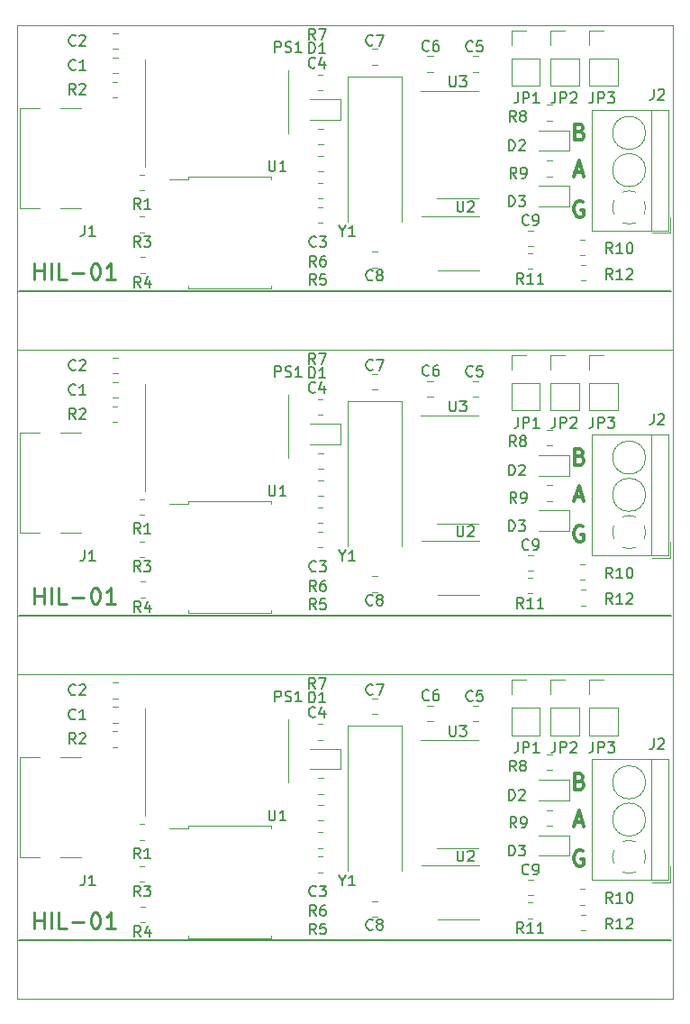
<source format=gbr>
%TF.GenerationSoftware,KiCad,Pcbnew,6.0.11-2627ca5db0~126~ubuntu20.04.1*%
%TF.CreationDate,2024-02-25T19:14:14-05:00*%
%TF.ProjectId,,58585858-5858-4585-9858-585858585858,rev?*%
%TF.SameCoordinates,Original*%
%TF.FileFunction,Legend,Top*%
%TF.FilePolarity,Positive*%
%FSLAX46Y46*%
G04 Gerber Fmt 4.6, Leading zero omitted, Abs format (unit mm)*
G04 Created by KiCad (PCBNEW 6.0.11-2627ca5db0~126~ubuntu20.04.1) date 2024-02-25 19:14:14*
%MOMM*%
%LPD*%
G01*
G04 APERTURE LIST*
%ADD10C,0.300000*%
%ADD11C,0.250000*%
%TA.AperFunction,Profile*%
%ADD12C,0.100000*%
%TD*%
%ADD13C,0.150000*%
%ADD14C,0.120000*%
G04 APERTURE END LIST*
D10*
X118934457Y-119254000D02*
X118791600Y-119182571D01*
X118577314Y-119182571D01*
X118363028Y-119254000D01*
X118220171Y-119396857D01*
X118148742Y-119539714D01*
X118077314Y-119825428D01*
X118077314Y-120039714D01*
X118148742Y-120325428D01*
X118220171Y-120468285D01*
X118363028Y-120611142D01*
X118577314Y-120682571D01*
X118720171Y-120682571D01*
X118934457Y-120611142D01*
X119005885Y-120539714D01*
X119005885Y-120039714D01*
X118720171Y-120039714D01*
X118648742Y-112683257D02*
X118863028Y-112754685D01*
X118934457Y-112826114D01*
X119005885Y-112968971D01*
X119005885Y-113183257D01*
X118934457Y-113326114D01*
X118863028Y-113397542D01*
X118720171Y-113468971D01*
X118148742Y-113468971D01*
X118148742Y-111968971D01*
X118648742Y-111968971D01*
X118791600Y-112040400D01*
X118863028Y-112111828D01*
X118934457Y-112254685D01*
X118934457Y-112397542D01*
X118863028Y-112540400D01*
X118791600Y-112611828D01*
X118648742Y-112683257D01*
X118148742Y-112683257D01*
D11*
X67395200Y-126524571D02*
X67395200Y-125024571D01*
X67395200Y-125738857D02*
X68252342Y-125738857D01*
X68252342Y-126524571D02*
X68252342Y-125024571D01*
X68966628Y-126524571D02*
X68966628Y-125024571D01*
X70395200Y-126524571D02*
X69680914Y-126524571D01*
X69680914Y-125024571D01*
X70895200Y-125953142D02*
X72038057Y-125953142D01*
X73038057Y-125024571D02*
X73180914Y-125024571D01*
X73323771Y-125096000D01*
X73395200Y-125167428D01*
X73466628Y-125310285D01*
X73538057Y-125596000D01*
X73538057Y-125953142D01*
X73466628Y-126238857D01*
X73395200Y-126381714D01*
X73323771Y-126453142D01*
X73180914Y-126524571D01*
X73038057Y-126524571D01*
X72895200Y-126453142D01*
X72823771Y-126381714D01*
X72752342Y-126238857D01*
X72680914Y-125953142D01*
X72680914Y-125596000D01*
X72752342Y-125310285D01*
X72823771Y-125167428D01*
X72895200Y-125096000D01*
X73038057Y-125024571D01*
X74966628Y-126524571D02*
X74109485Y-126524571D01*
X74538057Y-126524571D02*
X74538057Y-125024571D01*
X74395200Y-125238857D01*
X74252342Y-125381714D01*
X74109485Y-125453142D01*
D10*
X118184457Y-116494800D02*
X118898742Y-116494800D01*
X118041600Y-116923371D02*
X118541600Y-115423371D01*
X119041600Y-116923371D01*
D12*
X65735200Y-102656000D02*
X127415200Y-102656000D01*
X127415200Y-133156000D02*
X127415200Y-102656000D01*
X65735200Y-102656000D02*
X65735200Y-133156000D01*
X65735200Y-133156000D02*
X127415200Y-133156000D01*
D13*
X65885200Y-127656000D02*
X127215200Y-127656000D01*
D10*
X118934457Y-88754000D02*
X118791600Y-88682571D01*
X118577314Y-88682571D01*
X118363028Y-88754000D01*
X118220171Y-88896857D01*
X118148742Y-89039714D01*
X118077314Y-89325428D01*
X118077314Y-89539714D01*
X118148742Y-89825428D01*
X118220171Y-89968285D01*
X118363028Y-90111142D01*
X118577314Y-90182571D01*
X118720171Y-90182571D01*
X118934457Y-90111142D01*
X119005885Y-90039714D01*
X119005885Y-89539714D01*
X118720171Y-89539714D01*
X118648742Y-82183257D02*
X118863028Y-82254685D01*
X118934457Y-82326114D01*
X119005885Y-82468971D01*
X119005885Y-82683257D01*
X118934457Y-82826114D01*
X118863028Y-82897542D01*
X118720171Y-82968971D01*
X118148742Y-82968971D01*
X118148742Y-81468971D01*
X118648742Y-81468971D01*
X118791600Y-81540400D01*
X118863028Y-81611828D01*
X118934457Y-81754685D01*
X118934457Y-81897542D01*
X118863028Y-82040400D01*
X118791600Y-82111828D01*
X118648742Y-82183257D01*
X118148742Y-82183257D01*
D11*
X67395200Y-96024571D02*
X67395200Y-94524571D01*
X67395200Y-95238857D02*
X68252342Y-95238857D01*
X68252342Y-96024571D02*
X68252342Y-94524571D01*
X68966628Y-96024571D02*
X68966628Y-94524571D01*
X70395200Y-96024571D02*
X69680914Y-96024571D01*
X69680914Y-94524571D01*
X70895200Y-95453142D02*
X72038057Y-95453142D01*
X73038057Y-94524571D02*
X73180914Y-94524571D01*
X73323771Y-94596000D01*
X73395200Y-94667428D01*
X73466628Y-94810285D01*
X73538057Y-95096000D01*
X73538057Y-95453142D01*
X73466628Y-95738857D01*
X73395200Y-95881714D01*
X73323771Y-95953142D01*
X73180914Y-96024571D01*
X73038057Y-96024571D01*
X72895200Y-95953142D01*
X72823771Y-95881714D01*
X72752342Y-95738857D01*
X72680914Y-95453142D01*
X72680914Y-95096000D01*
X72752342Y-94810285D01*
X72823771Y-94667428D01*
X72895200Y-94596000D01*
X73038057Y-94524571D01*
X74966628Y-96024571D02*
X74109485Y-96024571D01*
X74538057Y-96024571D02*
X74538057Y-94524571D01*
X74395200Y-94738857D01*
X74252342Y-94881714D01*
X74109485Y-94953142D01*
D10*
X118184457Y-85994800D02*
X118898742Y-85994800D01*
X118041600Y-86423371D02*
X118541600Y-84923371D01*
X119041600Y-86423371D01*
D12*
X65735200Y-72156000D02*
X127415200Y-72156000D01*
X127415200Y-102656000D02*
X127415200Y-72156000D01*
X65735200Y-72156000D02*
X65735200Y-102656000D01*
X65735200Y-102656000D02*
X127415200Y-102656000D01*
D13*
X65885200Y-97156000D02*
X127215200Y-97156000D01*
X65885200Y-66656000D02*
X127215200Y-66656000D01*
D12*
X65735200Y-72156000D02*
X127415200Y-72156000D01*
X65735200Y-41656000D02*
X65735200Y-72156000D01*
X127415200Y-72156000D02*
X127415200Y-41656000D01*
X65735200Y-41656000D02*
X127415200Y-41656000D01*
D10*
X118184457Y-55494800D02*
X118898742Y-55494800D01*
X118041600Y-55923371D02*
X118541600Y-54423371D01*
X119041600Y-55923371D01*
D11*
X67395200Y-65524571D02*
X67395200Y-64024571D01*
X67395200Y-64738857D02*
X68252342Y-64738857D01*
X68252342Y-65524571D02*
X68252342Y-64024571D01*
X68966628Y-65524571D02*
X68966628Y-64024571D01*
X70395200Y-65524571D02*
X69680914Y-65524571D01*
X69680914Y-64024571D01*
X70895200Y-64953142D02*
X72038057Y-64953142D01*
X73038057Y-64024571D02*
X73180914Y-64024571D01*
X73323771Y-64096000D01*
X73395200Y-64167428D01*
X73466628Y-64310285D01*
X73538057Y-64596000D01*
X73538057Y-64953142D01*
X73466628Y-65238857D01*
X73395200Y-65381714D01*
X73323771Y-65453142D01*
X73180914Y-65524571D01*
X73038057Y-65524571D01*
X72895200Y-65453142D01*
X72823771Y-65381714D01*
X72752342Y-65238857D01*
X72680914Y-64953142D01*
X72680914Y-64596000D01*
X72752342Y-64310285D01*
X72823771Y-64167428D01*
X72895200Y-64096000D01*
X73038057Y-64024571D01*
X74966628Y-65524571D02*
X74109485Y-65524571D01*
X74538057Y-65524571D02*
X74538057Y-64024571D01*
X74395200Y-64238857D01*
X74252342Y-64381714D01*
X74109485Y-64453142D01*
D10*
X118648742Y-51683257D02*
X118863028Y-51754685D01*
X118934457Y-51826114D01*
X119005885Y-51968971D01*
X119005885Y-52183257D01*
X118934457Y-52326114D01*
X118863028Y-52397542D01*
X118720171Y-52468971D01*
X118148742Y-52468971D01*
X118148742Y-50968971D01*
X118648742Y-50968971D01*
X118791600Y-51040400D01*
X118863028Y-51111828D01*
X118934457Y-51254685D01*
X118934457Y-51397542D01*
X118863028Y-51540400D01*
X118791600Y-51611828D01*
X118648742Y-51683257D01*
X118148742Y-51683257D01*
X118934457Y-58254000D02*
X118791600Y-58182571D01*
X118577314Y-58182571D01*
X118363028Y-58254000D01*
X118220171Y-58396857D01*
X118148742Y-58539714D01*
X118077314Y-58825428D01*
X118077314Y-59039714D01*
X118148742Y-59325428D01*
X118220171Y-59468285D01*
X118363028Y-59611142D01*
X118577314Y-59682571D01*
X118720171Y-59682571D01*
X118934457Y-59611142D01*
X119005885Y-59539714D01*
X119005885Y-59039714D01*
X118720171Y-59039714D01*
D13*
%TO.C,JP3*%
X119892666Y-108991580D02*
X119892666Y-109705866D01*
X119845047Y-109848723D01*
X119749809Y-109943961D01*
X119606952Y-109991580D01*
X119511714Y-109991580D01*
X120368857Y-109991580D02*
X120368857Y-108991580D01*
X120749809Y-108991580D01*
X120845047Y-109039200D01*
X120892666Y-109086819D01*
X120940285Y-109182057D01*
X120940285Y-109324914D01*
X120892666Y-109420152D01*
X120845047Y-109467771D01*
X120749809Y-109515390D01*
X120368857Y-109515390D01*
X121273619Y-108991580D02*
X121892666Y-108991580D01*
X121559333Y-109372533D01*
X121702190Y-109372533D01*
X121797428Y-109420152D01*
X121845047Y-109467771D01*
X121892666Y-109563009D01*
X121892666Y-109801104D01*
X121845047Y-109896342D01*
X121797428Y-109943961D01*
X121702190Y-109991580D01*
X121416476Y-109991580D01*
X121321238Y-109943961D01*
X121273619Y-109896342D01*
%TO.C,U2*%
X107111695Y-119202380D02*
X107111695Y-120011904D01*
X107159314Y-120107142D01*
X107206933Y-120154761D01*
X107302171Y-120202380D01*
X107492647Y-120202380D01*
X107587885Y-120154761D01*
X107635504Y-120107142D01*
X107683123Y-120011904D01*
X107683123Y-119202380D01*
X108111695Y-119297619D02*
X108159314Y-119250000D01*
X108254552Y-119202380D01*
X108492647Y-119202380D01*
X108587885Y-119250000D01*
X108635504Y-119297619D01*
X108683123Y-119392857D01*
X108683123Y-119488095D01*
X108635504Y-119630952D01*
X108064076Y-120202380D01*
X108683123Y-120202380D01*
%TO.C,D3*%
X111961504Y-119694780D02*
X111961504Y-118694780D01*
X112199600Y-118694780D01*
X112342457Y-118742400D01*
X112437695Y-118837638D01*
X112485314Y-118932876D01*
X112532933Y-119123352D01*
X112532933Y-119266209D01*
X112485314Y-119456685D01*
X112437695Y-119551923D01*
X112342457Y-119647161D01*
X112199600Y-119694780D01*
X111961504Y-119694780D01*
X112866266Y-118694780D02*
X113485314Y-118694780D01*
X113151980Y-119075733D01*
X113294838Y-119075733D01*
X113390076Y-119123352D01*
X113437695Y-119170971D01*
X113485314Y-119266209D01*
X113485314Y-119504304D01*
X113437695Y-119599542D01*
X113390076Y-119647161D01*
X113294838Y-119694780D01*
X113009123Y-119694780D01*
X112913885Y-119647161D01*
X112866266Y-119599542D01*
%TO.C,C9*%
X113824433Y-121373542D02*
X113776814Y-121421161D01*
X113633957Y-121468780D01*
X113538719Y-121468780D01*
X113395861Y-121421161D01*
X113300623Y-121325923D01*
X113253004Y-121230685D01*
X113205385Y-121040209D01*
X113205385Y-120897352D01*
X113253004Y-120706876D01*
X113300623Y-120611638D01*
X113395861Y-120516400D01*
X113538719Y-120468780D01*
X113633957Y-120468780D01*
X113776814Y-120516400D01*
X113824433Y-120564019D01*
X114300623Y-121468780D02*
X114491100Y-121468780D01*
X114586338Y-121421161D01*
X114633957Y-121373542D01*
X114729195Y-121230685D01*
X114776814Y-121040209D01*
X114776814Y-120659257D01*
X114729195Y-120564019D01*
X114681576Y-120516400D01*
X114586338Y-120468780D01*
X114395861Y-120468780D01*
X114300623Y-120516400D01*
X114253004Y-120564019D01*
X114205385Y-120659257D01*
X114205385Y-120897352D01*
X114253004Y-120992590D01*
X114300623Y-121040209D01*
X114395861Y-121087828D01*
X114586338Y-121087828D01*
X114681576Y-121040209D01*
X114729195Y-120992590D01*
X114776814Y-120897352D01*
%TO.C,R8*%
X112634533Y-111745180D02*
X112301200Y-111268990D01*
X112063104Y-111745180D02*
X112063104Y-110745180D01*
X112444057Y-110745180D01*
X112539295Y-110792800D01*
X112586914Y-110840419D01*
X112634533Y-110935657D01*
X112634533Y-111078514D01*
X112586914Y-111173752D01*
X112539295Y-111221371D01*
X112444057Y-111268990D01*
X112063104Y-111268990D01*
X113205961Y-111173752D02*
X113110723Y-111126133D01*
X113063104Y-111078514D01*
X113015485Y-110983276D01*
X113015485Y-110935657D01*
X113063104Y-110840419D01*
X113110723Y-110792800D01*
X113205961Y-110745180D01*
X113396438Y-110745180D01*
X113491676Y-110792800D01*
X113539295Y-110840419D01*
X113586914Y-110935657D01*
X113586914Y-110983276D01*
X113539295Y-111078514D01*
X113491676Y-111126133D01*
X113396438Y-111173752D01*
X113205961Y-111173752D01*
X113110723Y-111221371D01*
X113063104Y-111268990D01*
X113015485Y-111364228D01*
X113015485Y-111554704D01*
X113063104Y-111649942D01*
X113110723Y-111697561D01*
X113205961Y-111745180D01*
X113396438Y-111745180D01*
X113491676Y-111697561D01*
X113539295Y-111649942D01*
X113586914Y-111554704D01*
X113586914Y-111364228D01*
X113539295Y-111268990D01*
X113491676Y-111221371D01*
X113396438Y-111173752D01*
%TO.C,C6*%
X104455733Y-105019542D02*
X104408114Y-105067161D01*
X104265257Y-105114780D01*
X104170019Y-105114780D01*
X104027161Y-105067161D01*
X103931923Y-104971923D01*
X103884304Y-104876685D01*
X103836685Y-104686209D01*
X103836685Y-104543352D01*
X103884304Y-104352876D01*
X103931923Y-104257638D01*
X104027161Y-104162400D01*
X104170019Y-104114780D01*
X104265257Y-104114780D01*
X104408114Y-104162400D01*
X104455733Y-104210019D01*
X105312876Y-104114780D02*
X105122400Y-104114780D01*
X105027161Y-104162400D01*
X104979542Y-104210019D01*
X104884304Y-104352876D01*
X104836685Y-104543352D01*
X104836685Y-104924304D01*
X104884304Y-105019542D01*
X104931923Y-105067161D01*
X105027161Y-105114780D01*
X105217638Y-105114780D01*
X105312876Y-105067161D01*
X105360495Y-105019542D01*
X105408114Y-104924304D01*
X105408114Y-104686209D01*
X105360495Y-104590971D01*
X105312876Y-104543352D01*
X105217638Y-104495733D01*
X105027161Y-104495733D01*
X104931923Y-104543352D01*
X104884304Y-104590971D01*
X104836685Y-104686209D01*
%TO.C,R9*%
X112685333Y-117053180D02*
X112352000Y-116576990D01*
X112113904Y-117053180D02*
X112113904Y-116053180D01*
X112494857Y-116053180D01*
X112590095Y-116100800D01*
X112637714Y-116148419D01*
X112685333Y-116243657D01*
X112685333Y-116386514D01*
X112637714Y-116481752D01*
X112590095Y-116529371D01*
X112494857Y-116576990D01*
X112113904Y-116576990D01*
X113161523Y-117053180D02*
X113352000Y-117053180D01*
X113447238Y-117005561D01*
X113494857Y-116957942D01*
X113590095Y-116815085D01*
X113637714Y-116624609D01*
X113637714Y-116243657D01*
X113590095Y-116148419D01*
X113542476Y-116100800D01*
X113447238Y-116053180D01*
X113256761Y-116053180D01*
X113161523Y-116100800D01*
X113113904Y-116148419D01*
X113066285Y-116243657D01*
X113066285Y-116481752D01*
X113113904Y-116576990D01*
X113161523Y-116624609D01*
X113256761Y-116672228D01*
X113447238Y-116672228D01*
X113542476Y-116624609D01*
X113590095Y-116576990D01*
X113637714Y-116481752D01*
%TO.C,R11*%
X113326742Y-126958780D02*
X112993409Y-126482590D01*
X112755314Y-126958780D02*
X112755314Y-125958780D01*
X113136266Y-125958780D01*
X113231504Y-126006400D01*
X113279123Y-126054019D01*
X113326742Y-126149257D01*
X113326742Y-126292114D01*
X113279123Y-126387352D01*
X113231504Y-126434971D01*
X113136266Y-126482590D01*
X112755314Y-126482590D01*
X114279123Y-126958780D02*
X113707695Y-126958780D01*
X113993409Y-126958780D02*
X113993409Y-125958780D01*
X113898171Y-126101638D01*
X113802933Y-126196876D01*
X113707695Y-126244495D01*
X115231504Y-126958780D02*
X114660076Y-126958780D01*
X114945790Y-126958780D02*
X114945790Y-125958780D01*
X114850552Y-126101638D01*
X114755314Y-126196876D01*
X114660076Y-126244495D01*
%TO.C,PS1*%
X89996914Y-105216380D02*
X89996914Y-104216380D01*
X90377866Y-104216380D01*
X90473104Y-104264000D01*
X90520723Y-104311619D01*
X90568342Y-104406857D01*
X90568342Y-104549714D01*
X90520723Y-104644952D01*
X90473104Y-104692571D01*
X90377866Y-104740190D01*
X89996914Y-104740190D01*
X90949295Y-105168761D02*
X91092152Y-105216380D01*
X91330247Y-105216380D01*
X91425485Y-105168761D01*
X91473104Y-105121142D01*
X91520723Y-105025904D01*
X91520723Y-104930666D01*
X91473104Y-104835428D01*
X91425485Y-104787809D01*
X91330247Y-104740190D01*
X91139771Y-104692571D01*
X91044533Y-104644952D01*
X90996914Y-104597333D01*
X90949295Y-104502095D01*
X90949295Y-104406857D01*
X90996914Y-104311619D01*
X91044533Y-104264000D01*
X91139771Y-104216380D01*
X91377866Y-104216380D01*
X91520723Y-104264000D01*
X92473104Y-105216380D02*
X91901676Y-105216380D01*
X92187390Y-105216380D02*
X92187390Y-104216380D01*
X92092152Y-104359238D01*
X91996914Y-104454476D01*
X91901676Y-104502095D01*
%TO.C,C7*%
X99172533Y-104496142D02*
X99124914Y-104543761D01*
X98982057Y-104591380D01*
X98886819Y-104591380D01*
X98743961Y-104543761D01*
X98648723Y-104448523D01*
X98601104Y-104353285D01*
X98553485Y-104162809D01*
X98553485Y-104019952D01*
X98601104Y-103829476D01*
X98648723Y-103734238D01*
X98743961Y-103639000D01*
X98886819Y-103591380D01*
X98982057Y-103591380D01*
X99124914Y-103639000D01*
X99172533Y-103686619D01*
X99505866Y-103591380D02*
X100172533Y-103591380D01*
X99743961Y-104591380D01*
%TO.C,R4*%
X77368533Y-127303380D02*
X77035200Y-126827190D01*
X76797104Y-127303380D02*
X76797104Y-126303380D01*
X77178057Y-126303380D01*
X77273295Y-126351000D01*
X77320914Y-126398619D01*
X77368533Y-126493857D01*
X77368533Y-126636714D01*
X77320914Y-126731952D01*
X77273295Y-126779571D01*
X77178057Y-126827190D01*
X76797104Y-126827190D01*
X78225676Y-126636714D02*
X78225676Y-127303380D01*
X77987580Y-126255761D02*
X77749485Y-126970047D01*
X78368533Y-126970047D01*
%TO.C,C8*%
X99172533Y-126574142D02*
X99124914Y-126621761D01*
X98982057Y-126669380D01*
X98886819Y-126669380D01*
X98743961Y-126621761D01*
X98648723Y-126526523D01*
X98601104Y-126431285D01*
X98553485Y-126240809D01*
X98553485Y-126097952D01*
X98601104Y-125907476D01*
X98648723Y-125812238D01*
X98743961Y-125717000D01*
X98886819Y-125669380D01*
X98982057Y-125669380D01*
X99124914Y-125717000D01*
X99172533Y-125764619D01*
X99743961Y-126097952D02*
X99648723Y-126050333D01*
X99601104Y-126002714D01*
X99553485Y-125907476D01*
X99553485Y-125859857D01*
X99601104Y-125764619D01*
X99648723Y-125717000D01*
X99743961Y-125669380D01*
X99934438Y-125669380D01*
X100029676Y-125717000D01*
X100077295Y-125764619D01*
X100124914Y-125859857D01*
X100124914Y-125907476D01*
X100077295Y-126002714D01*
X100029676Y-126050333D01*
X99934438Y-126097952D01*
X99743961Y-126097952D01*
X99648723Y-126145571D01*
X99601104Y-126193190D01*
X99553485Y-126288428D01*
X99553485Y-126478904D01*
X99601104Y-126574142D01*
X99648723Y-126621761D01*
X99743961Y-126669380D01*
X99934438Y-126669380D01*
X100029676Y-126621761D01*
X100077295Y-126574142D01*
X100124914Y-126478904D01*
X100124914Y-126288428D01*
X100077295Y-126193190D01*
X100029676Y-126145571D01*
X99934438Y-126097952D01*
%TO.C,C3*%
X93838533Y-123409142D02*
X93790914Y-123456761D01*
X93648057Y-123504380D01*
X93552819Y-123504380D01*
X93409961Y-123456761D01*
X93314723Y-123361523D01*
X93267104Y-123266285D01*
X93219485Y-123075809D01*
X93219485Y-122932952D01*
X93267104Y-122742476D01*
X93314723Y-122647238D01*
X93409961Y-122552000D01*
X93552819Y-122504380D01*
X93648057Y-122504380D01*
X93790914Y-122552000D01*
X93838533Y-122599619D01*
X94171866Y-122504380D02*
X94790914Y-122504380D01*
X94457580Y-122885333D01*
X94600438Y-122885333D01*
X94695676Y-122932952D01*
X94743295Y-122980571D01*
X94790914Y-123075809D01*
X94790914Y-123313904D01*
X94743295Y-123409142D01*
X94695676Y-123456761D01*
X94600438Y-123504380D01*
X94314723Y-123504380D01*
X94219485Y-123456761D01*
X94171866Y-123409142D01*
%TO.C,JP2*%
X116336666Y-108991580D02*
X116336666Y-109705866D01*
X116289047Y-109848723D01*
X116193809Y-109943961D01*
X116050952Y-109991580D01*
X115955714Y-109991580D01*
X116812857Y-109991580D02*
X116812857Y-108991580D01*
X117193809Y-108991580D01*
X117289047Y-109039200D01*
X117336666Y-109086819D01*
X117384285Y-109182057D01*
X117384285Y-109324914D01*
X117336666Y-109420152D01*
X117289047Y-109467771D01*
X117193809Y-109515390D01*
X116812857Y-109515390D01*
X117765238Y-109086819D02*
X117812857Y-109039200D01*
X117908095Y-108991580D01*
X118146190Y-108991580D01*
X118241428Y-109039200D01*
X118289047Y-109086819D01*
X118336666Y-109182057D01*
X118336666Y-109277295D01*
X118289047Y-109420152D01*
X117717619Y-109991580D01*
X118336666Y-109991580D01*
%TO.C,JP1*%
X112831466Y-108991580D02*
X112831466Y-109705866D01*
X112783847Y-109848723D01*
X112688609Y-109943961D01*
X112545752Y-109991580D01*
X112450514Y-109991580D01*
X113307657Y-109991580D02*
X113307657Y-108991580D01*
X113688609Y-108991580D01*
X113783847Y-109039200D01*
X113831466Y-109086819D01*
X113879085Y-109182057D01*
X113879085Y-109324914D01*
X113831466Y-109420152D01*
X113783847Y-109467771D01*
X113688609Y-109515390D01*
X113307657Y-109515390D01*
X114831466Y-109991580D02*
X114260038Y-109991580D01*
X114545752Y-109991580D02*
X114545752Y-108991580D01*
X114450514Y-109134438D01*
X114355276Y-109229676D01*
X114260038Y-109277295D01*
%TO.C,J1*%
X72081866Y-121488380D02*
X72081866Y-122202666D01*
X72034247Y-122345523D01*
X71939009Y-122440761D01*
X71796152Y-122488380D01*
X71700914Y-122488380D01*
X73081866Y-122488380D02*
X72510438Y-122488380D01*
X72796152Y-122488380D02*
X72796152Y-121488380D01*
X72700914Y-121631238D01*
X72605676Y-121726476D01*
X72510438Y-121774095D01*
%TO.C,R12*%
X121708742Y-126552380D02*
X121375409Y-126076190D01*
X121137314Y-126552380D02*
X121137314Y-125552380D01*
X121518266Y-125552380D01*
X121613504Y-125600000D01*
X121661123Y-125647619D01*
X121708742Y-125742857D01*
X121708742Y-125885714D01*
X121661123Y-125980952D01*
X121613504Y-126028571D01*
X121518266Y-126076190D01*
X121137314Y-126076190D01*
X122661123Y-126552380D02*
X122089695Y-126552380D01*
X122375409Y-126552380D02*
X122375409Y-125552380D01*
X122280171Y-125695238D01*
X122184933Y-125790476D01*
X122089695Y-125838095D01*
X123042076Y-125647619D02*
X123089695Y-125600000D01*
X123184933Y-125552380D01*
X123423028Y-125552380D01*
X123518266Y-125600000D01*
X123565885Y-125647619D01*
X123613504Y-125742857D01*
X123613504Y-125838095D01*
X123565885Y-125980952D01*
X122994457Y-126552380D01*
X123613504Y-126552380D01*
%TO.C,R2*%
X71232533Y-109180380D02*
X70899200Y-108704190D01*
X70661104Y-109180380D02*
X70661104Y-108180380D01*
X71042057Y-108180380D01*
X71137295Y-108228000D01*
X71184914Y-108275619D01*
X71232533Y-108370857D01*
X71232533Y-108513714D01*
X71184914Y-108608952D01*
X71137295Y-108656571D01*
X71042057Y-108704190D01*
X70661104Y-108704190D01*
X71613485Y-108275619D02*
X71661104Y-108228000D01*
X71756342Y-108180380D01*
X71994438Y-108180380D01*
X72089676Y-108228000D01*
X72137295Y-108275619D01*
X72184914Y-108370857D01*
X72184914Y-108466095D01*
X72137295Y-108608952D01*
X71565866Y-109180380D01*
X72184914Y-109180380D01*
%TO.C,Y1*%
X96323009Y-122012190D02*
X96323009Y-122488380D01*
X95989676Y-121488380D02*
X96323009Y-122012190D01*
X96656342Y-121488380D01*
X97513485Y-122488380D02*
X96942057Y-122488380D01*
X97227771Y-122488380D02*
X97227771Y-121488380D01*
X97132533Y-121631238D01*
X97037295Y-121726476D01*
X96942057Y-121774095D01*
%TO.C,C4*%
X93768533Y-106613142D02*
X93720914Y-106660761D01*
X93578057Y-106708380D01*
X93482819Y-106708380D01*
X93339961Y-106660761D01*
X93244723Y-106565523D01*
X93197104Y-106470285D01*
X93149485Y-106279809D01*
X93149485Y-106136952D01*
X93197104Y-105946476D01*
X93244723Y-105851238D01*
X93339961Y-105756000D01*
X93482819Y-105708380D01*
X93578057Y-105708380D01*
X93720914Y-105756000D01*
X93768533Y-105803619D01*
X94625676Y-106041714D02*
X94625676Y-106708380D01*
X94387580Y-105660761D02*
X94149485Y-106375047D01*
X94768533Y-106375047D01*
%TO.C,R3*%
X77328533Y-123504380D02*
X76995200Y-123028190D01*
X76757104Y-123504380D02*
X76757104Y-122504380D01*
X77138057Y-122504380D01*
X77233295Y-122552000D01*
X77280914Y-122599619D01*
X77328533Y-122694857D01*
X77328533Y-122837714D01*
X77280914Y-122932952D01*
X77233295Y-122980571D01*
X77138057Y-123028190D01*
X76757104Y-123028190D01*
X77661866Y-122504380D02*
X78280914Y-122504380D01*
X77947580Y-122885333D01*
X78090438Y-122885333D01*
X78185676Y-122932952D01*
X78233295Y-122980571D01*
X78280914Y-123075809D01*
X78280914Y-123313904D01*
X78233295Y-123409142D01*
X78185676Y-123456761D01*
X78090438Y-123504380D01*
X77804723Y-123504380D01*
X77709485Y-123456761D01*
X77661866Y-123409142D01*
%TO.C,R1*%
X77328533Y-119948380D02*
X76995200Y-119472190D01*
X76757104Y-119948380D02*
X76757104Y-118948380D01*
X77138057Y-118948380D01*
X77233295Y-118996000D01*
X77280914Y-119043619D01*
X77328533Y-119138857D01*
X77328533Y-119281714D01*
X77280914Y-119376952D01*
X77233295Y-119424571D01*
X77138057Y-119472190D01*
X76757104Y-119472190D01*
X78280914Y-119948380D02*
X77709485Y-119948380D01*
X77995200Y-119948380D02*
X77995200Y-118948380D01*
X77899961Y-119091238D01*
X77804723Y-119186476D01*
X77709485Y-119234095D01*
%TO.C,D2*%
X111961504Y-114462380D02*
X111961504Y-113462380D01*
X112199600Y-113462380D01*
X112342457Y-113510000D01*
X112437695Y-113605238D01*
X112485314Y-113700476D01*
X112532933Y-113890952D01*
X112532933Y-114033809D01*
X112485314Y-114224285D01*
X112437695Y-114319523D01*
X112342457Y-114414761D01*
X112199600Y-114462380D01*
X111961504Y-114462380D01*
X112913885Y-113557619D02*
X112961504Y-113510000D01*
X113056742Y-113462380D01*
X113294838Y-113462380D01*
X113390076Y-113510000D01*
X113437695Y-113557619D01*
X113485314Y-113652857D01*
X113485314Y-113748095D01*
X113437695Y-113890952D01*
X112866266Y-114462380D01*
X113485314Y-114462380D01*
%TO.C,C1*%
X71232533Y-106813142D02*
X71184914Y-106860761D01*
X71042057Y-106908380D01*
X70946819Y-106908380D01*
X70803961Y-106860761D01*
X70708723Y-106765523D01*
X70661104Y-106670285D01*
X70613485Y-106479809D01*
X70613485Y-106336952D01*
X70661104Y-106146476D01*
X70708723Y-106051238D01*
X70803961Y-105956000D01*
X70946819Y-105908380D01*
X71042057Y-105908380D01*
X71184914Y-105956000D01*
X71232533Y-106003619D01*
X72184914Y-106908380D02*
X71613485Y-106908380D01*
X71899200Y-106908380D02*
X71899200Y-105908380D01*
X71803961Y-106051238D01*
X71708723Y-106146476D01*
X71613485Y-106194095D01*
%TO.C,C2*%
X71232533Y-104513142D02*
X71184914Y-104560761D01*
X71042057Y-104608380D01*
X70946819Y-104608380D01*
X70803961Y-104560761D01*
X70708723Y-104465523D01*
X70661104Y-104370285D01*
X70613485Y-104179809D01*
X70613485Y-104036952D01*
X70661104Y-103846476D01*
X70708723Y-103751238D01*
X70803961Y-103656000D01*
X70946819Y-103608380D01*
X71042057Y-103608380D01*
X71184914Y-103656000D01*
X71232533Y-103703619D01*
X71613485Y-103703619D02*
X71661104Y-103656000D01*
X71756342Y-103608380D01*
X71994438Y-103608380D01*
X72089676Y-103656000D01*
X72137295Y-103703619D01*
X72184914Y-103798857D01*
X72184914Y-103894095D01*
X72137295Y-104036952D01*
X71565866Y-104608380D01*
X72184914Y-104608380D01*
%TO.C,J2*%
X125574266Y-108686780D02*
X125574266Y-109401066D01*
X125526647Y-109543923D01*
X125431409Y-109639161D01*
X125288552Y-109686780D01*
X125193314Y-109686780D01*
X126002838Y-108782019D02*
X126050457Y-108734400D01*
X126145695Y-108686780D01*
X126383790Y-108686780D01*
X126479028Y-108734400D01*
X126526647Y-108782019D01*
X126574266Y-108877257D01*
X126574266Y-108972495D01*
X126526647Y-109115352D01*
X125955219Y-109686780D01*
X126574266Y-109686780D01*
%TO.C,R10*%
X121708742Y-124113980D02*
X121375409Y-123637790D01*
X121137314Y-124113980D02*
X121137314Y-123113980D01*
X121518266Y-123113980D01*
X121613504Y-123161600D01*
X121661123Y-123209219D01*
X121708742Y-123304457D01*
X121708742Y-123447314D01*
X121661123Y-123542552D01*
X121613504Y-123590171D01*
X121518266Y-123637790D01*
X121137314Y-123637790D01*
X122661123Y-124113980D02*
X122089695Y-124113980D01*
X122375409Y-124113980D02*
X122375409Y-123113980D01*
X122280171Y-123256838D01*
X122184933Y-123352076D01*
X122089695Y-123399695D01*
X123280171Y-123113980D02*
X123375409Y-123113980D01*
X123470647Y-123161600D01*
X123518266Y-123209219D01*
X123565885Y-123304457D01*
X123613504Y-123494933D01*
X123613504Y-123733028D01*
X123565885Y-123923504D01*
X123518266Y-124018742D01*
X123470647Y-124066361D01*
X123375409Y-124113980D01*
X123280171Y-124113980D01*
X123184933Y-124066361D01*
X123137314Y-124018742D01*
X123089695Y-123923504D01*
X123042076Y-123733028D01*
X123042076Y-123494933D01*
X123089695Y-123304457D01*
X123137314Y-123209219D01*
X123184933Y-123161600D01*
X123280171Y-123113980D01*
%TO.C,R6*%
X93838533Y-125336380D02*
X93505200Y-124860190D01*
X93267104Y-125336380D02*
X93267104Y-124336380D01*
X93648057Y-124336380D01*
X93743295Y-124384000D01*
X93790914Y-124431619D01*
X93838533Y-124526857D01*
X93838533Y-124669714D01*
X93790914Y-124764952D01*
X93743295Y-124812571D01*
X93648057Y-124860190D01*
X93267104Y-124860190D01*
X94695676Y-124336380D02*
X94505200Y-124336380D01*
X94409961Y-124384000D01*
X94362342Y-124431619D01*
X94267104Y-124574476D01*
X94219485Y-124764952D01*
X94219485Y-125145904D01*
X94267104Y-125241142D01*
X94314723Y-125288761D01*
X94409961Y-125336380D01*
X94600438Y-125336380D01*
X94695676Y-125288761D01*
X94743295Y-125241142D01*
X94790914Y-125145904D01*
X94790914Y-124907809D01*
X94743295Y-124812571D01*
X94695676Y-124764952D01*
X94600438Y-124717333D01*
X94409961Y-124717333D01*
X94314723Y-124764952D01*
X94267104Y-124812571D01*
X94219485Y-124907809D01*
%TO.C,R7*%
X93768533Y-104008380D02*
X93435200Y-103532190D01*
X93197104Y-104008380D02*
X93197104Y-103008380D01*
X93578057Y-103008380D01*
X93673295Y-103056000D01*
X93720914Y-103103619D01*
X93768533Y-103198857D01*
X93768533Y-103341714D01*
X93720914Y-103436952D01*
X93673295Y-103484571D01*
X93578057Y-103532190D01*
X93197104Y-103532190D01*
X94101866Y-103008380D02*
X94768533Y-103008380D01*
X94339961Y-104008380D01*
%TO.C,U1*%
X89433295Y-115392380D02*
X89433295Y-116201904D01*
X89480914Y-116297142D01*
X89528533Y-116344761D01*
X89623771Y-116392380D01*
X89814247Y-116392380D01*
X89909485Y-116344761D01*
X89957104Y-116297142D01*
X90004723Y-116201904D01*
X90004723Y-115392380D01*
X91004723Y-116392380D02*
X90433295Y-116392380D01*
X90719009Y-116392380D02*
X90719009Y-115392380D01*
X90623771Y-115535238D01*
X90528533Y-115630476D01*
X90433295Y-115678095D01*
%TO.C,U3*%
X106400495Y-107460380D02*
X106400495Y-108269904D01*
X106448114Y-108365142D01*
X106495733Y-108412761D01*
X106590971Y-108460380D01*
X106781447Y-108460380D01*
X106876685Y-108412761D01*
X106924304Y-108365142D01*
X106971923Y-108269904D01*
X106971923Y-107460380D01*
X107352876Y-107460380D02*
X107971923Y-107460380D01*
X107638590Y-107841333D01*
X107781447Y-107841333D01*
X107876685Y-107888952D01*
X107924304Y-107936571D01*
X107971923Y-108031809D01*
X107971923Y-108269904D01*
X107924304Y-108365142D01*
X107876685Y-108412761D01*
X107781447Y-108460380D01*
X107495733Y-108460380D01*
X107400495Y-108412761D01*
X107352876Y-108365142D01*
%TO.C,R5*%
X93838533Y-127060380D02*
X93505200Y-126584190D01*
X93267104Y-127060380D02*
X93267104Y-126060380D01*
X93648057Y-126060380D01*
X93743295Y-126108000D01*
X93790914Y-126155619D01*
X93838533Y-126250857D01*
X93838533Y-126393714D01*
X93790914Y-126488952D01*
X93743295Y-126536571D01*
X93648057Y-126584190D01*
X93267104Y-126584190D01*
X94743295Y-126060380D02*
X94267104Y-126060380D01*
X94219485Y-126536571D01*
X94267104Y-126488952D01*
X94362342Y-126441333D01*
X94600438Y-126441333D01*
X94695676Y-126488952D01*
X94743295Y-126536571D01*
X94790914Y-126631809D01*
X94790914Y-126869904D01*
X94743295Y-126965142D01*
X94695676Y-127012761D01*
X94600438Y-127060380D01*
X94362342Y-127060380D01*
X94267104Y-127012761D01*
X94219485Y-126965142D01*
%TO.C,D1*%
X93197104Y-105308380D02*
X93197104Y-104308380D01*
X93435200Y-104308380D01*
X93578057Y-104356000D01*
X93673295Y-104451238D01*
X93720914Y-104546476D01*
X93768533Y-104736952D01*
X93768533Y-104879809D01*
X93720914Y-105070285D01*
X93673295Y-105165523D01*
X93578057Y-105260761D01*
X93435200Y-105308380D01*
X93197104Y-105308380D01*
X94720914Y-105308380D02*
X94149485Y-105308380D01*
X94435200Y-105308380D02*
X94435200Y-104308380D01*
X94339961Y-104451238D01*
X94244723Y-104546476D01*
X94149485Y-104594095D01*
%TO.C,C5*%
X108570533Y-105070342D02*
X108522914Y-105117961D01*
X108380057Y-105165580D01*
X108284819Y-105165580D01*
X108141961Y-105117961D01*
X108046723Y-105022723D01*
X107999104Y-104927485D01*
X107951485Y-104737009D01*
X107951485Y-104594152D01*
X107999104Y-104403676D01*
X108046723Y-104308438D01*
X108141961Y-104213200D01*
X108284819Y-104165580D01*
X108380057Y-104165580D01*
X108522914Y-104213200D01*
X108570533Y-104260819D01*
X109475295Y-104165580D02*
X108999104Y-104165580D01*
X108951485Y-104641771D01*
X108999104Y-104594152D01*
X109094342Y-104546533D01*
X109332438Y-104546533D01*
X109427676Y-104594152D01*
X109475295Y-104641771D01*
X109522914Y-104737009D01*
X109522914Y-104975104D01*
X109475295Y-105070342D01*
X109427676Y-105117961D01*
X109332438Y-105165580D01*
X109094342Y-105165580D01*
X108999104Y-105117961D01*
X108951485Y-105070342D01*
%TO.C,JP3*%
X119892666Y-78491580D02*
X119892666Y-79205866D01*
X119845047Y-79348723D01*
X119749809Y-79443961D01*
X119606952Y-79491580D01*
X119511714Y-79491580D01*
X120368857Y-79491580D02*
X120368857Y-78491580D01*
X120749809Y-78491580D01*
X120845047Y-78539200D01*
X120892666Y-78586819D01*
X120940285Y-78682057D01*
X120940285Y-78824914D01*
X120892666Y-78920152D01*
X120845047Y-78967771D01*
X120749809Y-79015390D01*
X120368857Y-79015390D01*
X121273619Y-78491580D02*
X121892666Y-78491580D01*
X121559333Y-78872533D01*
X121702190Y-78872533D01*
X121797428Y-78920152D01*
X121845047Y-78967771D01*
X121892666Y-79063009D01*
X121892666Y-79301104D01*
X121845047Y-79396342D01*
X121797428Y-79443961D01*
X121702190Y-79491580D01*
X121416476Y-79491580D01*
X121321238Y-79443961D01*
X121273619Y-79396342D01*
%TO.C,U2*%
X107111695Y-88702380D02*
X107111695Y-89511904D01*
X107159314Y-89607142D01*
X107206933Y-89654761D01*
X107302171Y-89702380D01*
X107492647Y-89702380D01*
X107587885Y-89654761D01*
X107635504Y-89607142D01*
X107683123Y-89511904D01*
X107683123Y-88702380D01*
X108111695Y-88797619D02*
X108159314Y-88750000D01*
X108254552Y-88702380D01*
X108492647Y-88702380D01*
X108587885Y-88750000D01*
X108635504Y-88797619D01*
X108683123Y-88892857D01*
X108683123Y-88988095D01*
X108635504Y-89130952D01*
X108064076Y-89702380D01*
X108683123Y-89702380D01*
%TO.C,D3*%
X111961504Y-89194780D02*
X111961504Y-88194780D01*
X112199600Y-88194780D01*
X112342457Y-88242400D01*
X112437695Y-88337638D01*
X112485314Y-88432876D01*
X112532933Y-88623352D01*
X112532933Y-88766209D01*
X112485314Y-88956685D01*
X112437695Y-89051923D01*
X112342457Y-89147161D01*
X112199600Y-89194780D01*
X111961504Y-89194780D01*
X112866266Y-88194780D02*
X113485314Y-88194780D01*
X113151980Y-88575733D01*
X113294838Y-88575733D01*
X113390076Y-88623352D01*
X113437695Y-88670971D01*
X113485314Y-88766209D01*
X113485314Y-89004304D01*
X113437695Y-89099542D01*
X113390076Y-89147161D01*
X113294838Y-89194780D01*
X113009123Y-89194780D01*
X112913885Y-89147161D01*
X112866266Y-89099542D01*
%TO.C,C9*%
X113824433Y-90873542D02*
X113776814Y-90921161D01*
X113633957Y-90968780D01*
X113538719Y-90968780D01*
X113395861Y-90921161D01*
X113300623Y-90825923D01*
X113253004Y-90730685D01*
X113205385Y-90540209D01*
X113205385Y-90397352D01*
X113253004Y-90206876D01*
X113300623Y-90111638D01*
X113395861Y-90016400D01*
X113538719Y-89968780D01*
X113633957Y-89968780D01*
X113776814Y-90016400D01*
X113824433Y-90064019D01*
X114300623Y-90968780D02*
X114491100Y-90968780D01*
X114586338Y-90921161D01*
X114633957Y-90873542D01*
X114729195Y-90730685D01*
X114776814Y-90540209D01*
X114776814Y-90159257D01*
X114729195Y-90064019D01*
X114681576Y-90016400D01*
X114586338Y-89968780D01*
X114395861Y-89968780D01*
X114300623Y-90016400D01*
X114253004Y-90064019D01*
X114205385Y-90159257D01*
X114205385Y-90397352D01*
X114253004Y-90492590D01*
X114300623Y-90540209D01*
X114395861Y-90587828D01*
X114586338Y-90587828D01*
X114681576Y-90540209D01*
X114729195Y-90492590D01*
X114776814Y-90397352D01*
%TO.C,R8*%
X112634533Y-81245180D02*
X112301200Y-80768990D01*
X112063104Y-81245180D02*
X112063104Y-80245180D01*
X112444057Y-80245180D01*
X112539295Y-80292800D01*
X112586914Y-80340419D01*
X112634533Y-80435657D01*
X112634533Y-80578514D01*
X112586914Y-80673752D01*
X112539295Y-80721371D01*
X112444057Y-80768990D01*
X112063104Y-80768990D01*
X113205961Y-80673752D02*
X113110723Y-80626133D01*
X113063104Y-80578514D01*
X113015485Y-80483276D01*
X113015485Y-80435657D01*
X113063104Y-80340419D01*
X113110723Y-80292800D01*
X113205961Y-80245180D01*
X113396438Y-80245180D01*
X113491676Y-80292800D01*
X113539295Y-80340419D01*
X113586914Y-80435657D01*
X113586914Y-80483276D01*
X113539295Y-80578514D01*
X113491676Y-80626133D01*
X113396438Y-80673752D01*
X113205961Y-80673752D01*
X113110723Y-80721371D01*
X113063104Y-80768990D01*
X113015485Y-80864228D01*
X113015485Y-81054704D01*
X113063104Y-81149942D01*
X113110723Y-81197561D01*
X113205961Y-81245180D01*
X113396438Y-81245180D01*
X113491676Y-81197561D01*
X113539295Y-81149942D01*
X113586914Y-81054704D01*
X113586914Y-80864228D01*
X113539295Y-80768990D01*
X113491676Y-80721371D01*
X113396438Y-80673752D01*
%TO.C,C6*%
X104455733Y-74519542D02*
X104408114Y-74567161D01*
X104265257Y-74614780D01*
X104170019Y-74614780D01*
X104027161Y-74567161D01*
X103931923Y-74471923D01*
X103884304Y-74376685D01*
X103836685Y-74186209D01*
X103836685Y-74043352D01*
X103884304Y-73852876D01*
X103931923Y-73757638D01*
X104027161Y-73662400D01*
X104170019Y-73614780D01*
X104265257Y-73614780D01*
X104408114Y-73662400D01*
X104455733Y-73710019D01*
X105312876Y-73614780D02*
X105122400Y-73614780D01*
X105027161Y-73662400D01*
X104979542Y-73710019D01*
X104884304Y-73852876D01*
X104836685Y-74043352D01*
X104836685Y-74424304D01*
X104884304Y-74519542D01*
X104931923Y-74567161D01*
X105027161Y-74614780D01*
X105217638Y-74614780D01*
X105312876Y-74567161D01*
X105360495Y-74519542D01*
X105408114Y-74424304D01*
X105408114Y-74186209D01*
X105360495Y-74090971D01*
X105312876Y-74043352D01*
X105217638Y-73995733D01*
X105027161Y-73995733D01*
X104931923Y-74043352D01*
X104884304Y-74090971D01*
X104836685Y-74186209D01*
%TO.C,R9*%
X112685333Y-86553180D02*
X112352000Y-86076990D01*
X112113904Y-86553180D02*
X112113904Y-85553180D01*
X112494857Y-85553180D01*
X112590095Y-85600800D01*
X112637714Y-85648419D01*
X112685333Y-85743657D01*
X112685333Y-85886514D01*
X112637714Y-85981752D01*
X112590095Y-86029371D01*
X112494857Y-86076990D01*
X112113904Y-86076990D01*
X113161523Y-86553180D02*
X113352000Y-86553180D01*
X113447238Y-86505561D01*
X113494857Y-86457942D01*
X113590095Y-86315085D01*
X113637714Y-86124609D01*
X113637714Y-85743657D01*
X113590095Y-85648419D01*
X113542476Y-85600800D01*
X113447238Y-85553180D01*
X113256761Y-85553180D01*
X113161523Y-85600800D01*
X113113904Y-85648419D01*
X113066285Y-85743657D01*
X113066285Y-85981752D01*
X113113904Y-86076990D01*
X113161523Y-86124609D01*
X113256761Y-86172228D01*
X113447238Y-86172228D01*
X113542476Y-86124609D01*
X113590095Y-86076990D01*
X113637714Y-85981752D01*
%TO.C,R11*%
X113326742Y-96458780D02*
X112993409Y-95982590D01*
X112755314Y-96458780D02*
X112755314Y-95458780D01*
X113136266Y-95458780D01*
X113231504Y-95506400D01*
X113279123Y-95554019D01*
X113326742Y-95649257D01*
X113326742Y-95792114D01*
X113279123Y-95887352D01*
X113231504Y-95934971D01*
X113136266Y-95982590D01*
X112755314Y-95982590D01*
X114279123Y-96458780D02*
X113707695Y-96458780D01*
X113993409Y-96458780D02*
X113993409Y-95458780D01*
X113898171Y-95601638D01*
X113802933Y-95696876D01*
X113707695Y-95744495D01*
X115231504Y-96458780D02*
X114660076Y-96458780D01*
X114945790Y-96458780D02*
X114945790Y-95458780D01*
X114850552Y-95601638D01*
X114755314Y-95696876D01*
X114660076Y-95744495D01*
%TO.C,PS1*%
X89996914Y-74716380D02*
X89996914Y-73716380D01*
X90377866Y-73716380D01*
X90473104Y-73764000D01*
X90520723Y-73811619D01*
X90568342Y-73906857D01*
X90568342Y-74049714D01*
X90520723Y-74144952D01*
X90473104Y-74192571D01*
X90377866Y-74240190D01*
X89996914Y-74240190D01*
X90949295Y-74668761D02*
X91092152Y-74716380D01*
X91330247Y-74716380D01*
X91425485Y-74668761D01*
X91473104Y-74621142D01*
X91520723Y-74525904D01*
X91520723Y-74430666D01*
X91473104Y-74335428D01*
X91425485Y-74287809D01*
X91330247Y-74240190D01*
X91139771Y-74192571D01*
X91044533Y-74144952D01*
X90996914Y-74097333D01*
X90949295Y-74002095D01*
X90949295Y-73906857D01*
X90996914Y-73811619D01*
X91044533Y-73764000D01*
X91139771Y-73716380D01*
X91377866Y-73716380D01*
X91520723Y-73764000D01*
X92473104Y-74716380D02*
X91901676Y-74716380D01*
X92187390Y-74716380D02*
X92187390Y-73716380D01*
X92092152Y-73859238D01*
X91996914Y-73954476D01*
X91901676Y-74002095D01*
%TO.C,C7*%
X99172533Y-73996142D02*
X99124914Y-74043761D01*
X98982057Y-74091380D01*
X98886819Y-74091380D01*
X98743961Y-74043761D01*
X98648723Y-73948523D01*
X98601104Y-73853285D01*
X98553485Y-73662809D01*
X98553485Y-73519952D01*
X98601104Y-73329476D01*
X98648723Y-73234238D01*
X98743961Y-73139000D01*
X98886819Y-73091380D01*
X98982057Y-73091380D01*
X99124914Y-73139000D01*
X99172533Y-73186619D01*
X99505866Y-73091380D02*
X100172533Y-73091380D01*
X99743961Y-74091380D01*
%TO.C,R4*%
X77368533Y-96803380D02*
X77035200Y-96327190D01*
X76797104Y-96803380D02*
X76797104Y-95803380D01*
X77178057Y-95803380D01*
X77273295Y-95851000D01*
X77320914Y-95898619D01*
X77368533Y-95993857D01*
X77368533Y-96136714D01*
X77320914Y-96231952D01*
X77273295Y-96279571D01*
X77178057Y-96327190D01*
X76797104Y-96327190D01*
X78225676Y-96136714D02*
X78225676Y-96803380D01*
X77987580Y-95755761D02*
X77749485Y-96470047D01*
X78368533Y-96470047D01*
%TO.C,C8*%
X99172533Y-96074142D02*
X99124914Y-96121761D01*
X98982057Y-96169380D01*
X98886819Y-96169380D01*
X98743961Y-96121761D01*
X98648723Y-96026523D01*
X98601104Y-95931285D01*
X98553485Y-95740809D01*
X98553485Y-95597952D01*
X98601104Y-95407476D01*
X98648723Y-95312238D01*
X98743961Y-95217000D01*
X98886819Y-95169380D01*
X98982057Y-95169380D01*
X99124914Y-95217000D01*
X99172533Y-95264619D01*
X99743961Y-95597952D02*
X99648723Y-95550333D01*
X99601104Y-95502714D01*
X99553485Y-95407476D01*
X99553485Y-95359857D01*
X99601104Y-95264619D01*
X99648723Y-95217000D01*
X99743961Y-95169380D01*
X99934438Y-95169380D01*
X100029676Y-95217000D01*
X100077295Y-95264619D01*
X100124914Y-95359857D01*
X100124914Y-95407476D01*
X100077295Y-95502714D01*
X100029676Y-95550333D01*
X99934438Y-95597952D01*
X99743961Y-95597952D01*
X99648723Y-95645571D01*
X99601104Y-95693190D01*
X99553485Y-95788428D01*
X99553485Y-95978904D01*
X99601104Y-96074142D01*
X99648723Y-96121761D01*
X99743961Y-96169380D01*
X99934438Y-96169380D01*
X100029676Y-96121761D01*
X100077295Y-96074142D01*
X100124914Y-95978904D01*
X100124914Y-95788428D01*
X100077295Y-95693190D01*
X100029676Y-95645571D01*
X99934438Y-95597952D01*
%TO.C,C3*%
X93838533Y-92909142D02*
X93790914Y-92956761D01*
X93648057Y-93004380D01*
X93552819Y-93004380D01*
X93409961Y-92956761D01*
X93314723Y-92861523D01*
X93267104Y-92766285D01*
X93219485Y-92575809D01*
X93219485Y-92432952D01*
X93267104Y-92242476D01*
X93314723Y-92147238D01*
X93409961Y-92052000D01*
X93552819Y-92004380D01*
X93648057Y-92004380D01*
X93790914Y-92052000D01*
X93838533Y-92099619D01*
X94171866Y-92004380D02*
X94790914Y-92004380D01*
X94457580Y-92385333D01*
X94600438Y-92385333D01*
X94695676Y-92432952D01*
X94743295Y-92480571D01*
X94790914Y-92575809D01*
X94790914Y-92813904D01*
X94743295Y-92909142D01*
X94695676Y-92956761D01*
X94600438Y-93004380D01*
X94314723Y-93004380D01*
X94219485Y-92956761D01*
X94171866Y-92909142D01*
%TO.C,JP2*%
X116336666Y-78491580D02*
X116336666Y-79205866D01*
X116289047Y-79348723D01*
X116193809Y-79443961D01*
X116050952Y-79491580D01*
X115955714Y-79491580D01*
X116812857Y-79491580D02*
X116812857Y-78491580D01*
X117193809Y-78491580D01*
X117289047Y-78539200D01*
X117336666Y-78586819D01*
X117384285Y-78682057D01*
X117384285Y-78824914D01*
X117336666Y-78920152D01*
X117289047Y-78967771D01*
X117193809Y-79015390D01*
X116812857Y-79015390D01*
X117765238Y-78586819D02*
X117812857Y-78539200D01*
X117908095Y-78491580D01*
X118146190Y-78491580D01*
X118241428Y-78539200D01*
X118289047Y-78586819D01*
X118336666Y-78682057D01*
X118336666Y-78777295D01*
X118289047Y-78920152D01*
X117717619Y-79491580D01*
X118336666Y-79491580D01*
%TO.C,JP1*%
X112831466Y-78491580D02*
X112831466Y-79205866D01*
X112783847Y-79348723D01*
X112688609Y-79443961D01*
X112545752Y-79491580D01*
X112450514Y-79491580D01*
X113307657Y-79491580D02*
X113307657Y-78491580D01*
X113688609Y-78491580D01*
X113783847Y-78539200D01*
X113831466Y-78586819D01*
X113879085Y-78682057D01*
X113879085Y-78824914D01*
X113831466Y-78920152D01*
X113783847Y-78967771D01*
X113688609Y-79015390D01*
X113307657Y-79015390D01*
X114831466Y-79491580D02*
X114260038Y-79491580D01*
X114545752Y-79491580D02*
X114545752Y-78491580D01*
X114450514Y-78634438D01*
X114355276Y-78729676D01*
X114260038Y-78777295D01*
%TO.C,J1*%
X72081866Y-90988380D02*
X72081866Y-91702666D01*
X72034247Y-91845523D01*
X71939009Y-91940761D01*
X71796152Y-91988380D01*
X71700914Y-91988380D01*
X73081866Y-91988380D02*
X72510438Y-91988380D01*
X72796152Y-91988380D02*
X72796152Y-90988380D01*
X72700914Y-91131238D01*
X72605676Y-91226476D01*
X72510438Y-91274095D01*
%TO.C,R12*%
X121708742Y-96052380D02*
X121375409Y-95576190D01*
X121137314Y-96052380D02*
X121137314Y-95052380D01*
X121518266Y-95052380D01*
X121613504Y-95100000D01*
X121661123Y-95147619D01*
X121708742Y-95242857D01*
X121708742Y-95385714D01*
X121661123Y-95480952D01*
X121613504Y-95528571D01*
X121518266Y-95576190D01*
X121137314Y-95576190D01*
X122661123Y-96052380D02*
X122089695Y-96052380D01*
X122375409Y-96052380D02*
X122375409Y-95052380D01*
X122280171Y-95195238D01*
X122184933Y-95290476D01*
X122089695Y-95338095D01*
X123042076Y-95147619D02*
X123089695Y-95100000D01*
X123184933Y-95052380D01*
X123423028Y-95052380D01*
X123518266Y-95100000D01*
X123565885Y-95147619D01*
X123613504Y-95242857D01*
X123613504Y-95338095D01*
X123565885Y-95480952D01*
X122994457Y-96052380D01*
X123613504Y-96052380D01*
%TO.C,R2*%
X71232533Y-78680380D02*
X70899200Y-78204190D01*
X70661104Y-78680380D02*
X70661104Y-77680380D01*
X71042057Y-77680380D01*
X71137295Y-77728000D01*
X71184914Y-77775619D01*
X71232533Y-77870857D01*
X71232533Y-78013714D01*
X71184914Y-78108952D01*
X71137295Y-78156571D01*
X71042057Y-78204190D01*
X70661104Y-78204190D01*
X71613485Y-77775619D02*
X71661104Y-77728000D01*
X71756342Y-77680380D01*
X71994438Y-77680380D01*
X72089676Y-77728000D01*
X72137295Y-77775619D01*
X72184914Y-77870857D01*
X72184914Y-77966095D01*
X72137295Y-78108952D01*
X71565866Y-78680380D01*
X72184914Y-78680380D01*
%TO.C,Y1*%
X96323009Y-91512190D02*
X96323009Y-91988380D01*
X95989676Y-90988380D02*
X96323009Y-91512190D01*
X96656342Y-90988380D01*
X97513485Y-91988380D02*
X96942057Y-91988380D01*
X97227771Y-91988380D02*
X97227771Y-90988380D01*
X97132533Y-91131238D01*
X97037295Y-91226476D01*
X96942057Y-91274095D01*
%TO.C,C4*%
X93768533Y-76113142D02*
X93720914Y-76160761D01*
X93578057Y-76208380D01*
X93482819Y-76208380D01*
X93339961Y-76160761D01*
X93244723Y-76065523D01*
X93197104Y-75970285D01*
X93149485Y-75779809D01*
X93149485Y-75636952D01*
X93197104Y-75446476D01*
X93244723Y-75351238D01*
X93339961Y-75256000D01*
X93482819Y-75208380D01*
X93578057Y-75208380D01*
X93720914Y-75256000D01*
X93768533Y-75303619D01*
X94625676Y-75541714D02*
X94625676Y-76208380D01*
X94387580Y-75160761D02*
X94149485Y-75875047D01*
X94768533Y-75875047D01*
%TO.C,R3*%
X77328533Y-93004380D02*
X76995200Y-92528190D01*
X76757104Y-93004380D02*
X76757104Y-92004380D01*
X77138057Y-92004380D01*
X77233295Y-92052000D01*
X77280914Y-92099619D01*
X77328533Y-92194857D01*
X77328533Y-92337714D01*
X77280914Y-92432952D01*
X77233295Y-92480571D01*
X77138057Y-92528190D01*
X76757104Y-92528190D01*
X77661866Y-92004380D02*
X78280914Y-92004380D01*
X77947580Y-92385333D01*
X78090438Y-92385333D01*
X78185676Y-92432952D01*
X78233295Y-92480571D01*
X78280914Y-92575809D01*
X78280914Y-92813904D01*
X78233295Y-92909142D01*
X78185676Y-92956761D01*
X78090438Y-93004380D01*
X77804723Y-93004380D01*
X77709485Y-92956761D01*
X77661866Y-92909142D01*
%TO.C,R1*%
X77328533Y-89448380D02*
X76995200Y-88972190D01*
X76757104Y-89448380D02*
X76757104Y-88448380D01*
X77138057Y-88448380D01*
X77233295Y-88496000D01*
X77280914Y-88543619D01*
X77328533Y-88638857D01*
X77328533Y-88781714D01*
X77280914Y-88876952D01*
X77233295Y-88924571D01*
X77138057Y-88972190D01*
X76757104Y-88972190D01*
X78280914Y-89448380D02*
X77709485Y-89448380D01*
X77995200Y-89448380D02*
X77995200Y-88448380D01*
X77899961Y-88591238D01*
X77804723Y-88686476D01*
X77709485Y-88734095D01*
%TO.C,D2*%
X111961504Y-83962380D02*
X111961504Y-82962380D01*
X112199600Y-82962380D01*
X112342457Y-83010000D01*
X112437695Y-83105238D01*
X112485314Y-83200476D01*
X112532933Y-83390952D01*
X112532933Y-83533809D01*
X112485314Y-83724285D01*
X112437695Y-83819523D01*
X112342457Y-83914761D01*
X112199600Y-83962380D01*
X111961504Y-83962380D01*
X112913885Y-83057619D02*
X112961504Y-83010000D01*
X113056742Y-82962380D01*
X113294838Y-82962380D01*
X113390076Y-83010000D01*
X113437695Y-83057619D01*
X113485314Y-83152857D01*
X113485314Y-83248095D01*
X113437695Y-83390952D01*
X112866266Y-83962380D01*
X113485314Y-83962380D01*
%TO.C,C1*%
X71232533Y-76313142D02*
X71184914Y-76360761D01*
X71042057Y-76408380D01*
X70946819Y-76408380D01*
X70803961Y-76360761D01*
X70708723Y-76265523D01*
X70661104Y-76170285D01*
X70613485Y-75979809D01*
X70613485Y-75836952D01*
X70661104Y-75646476D01*
X70708723Y-75551238D01*
X70803961Y-75456000D01*
X70946819Y-75408380D01*
X71042057Y-75408380D01*
X71184914Y-75456000D01*
X71232533Y-75503619D01*
X72184914Y-76408380D02*
X71613485Y-76408380D01*
X71899200Y-76408380D02*
X71899200Y-75408380D01*
X71803961Y-75551238D01*
X71708723Y-75646476D01*
X71613485Y-75694095D01*
%TO.C,C2*%
X71232533Y-74013142D02*
X71184914Y-74060761D01*
X71042057Y-74108380D01*
X70946819Y-74108380D01*
X70803961Y-74060761D01*
X70708723Y-73965523D01*
X70661104Y-73870285D01*
X70613485Y-73679809D01*
X70613485Y-73536952D01*
X70661104Y-73346476D01*
X70708723Y-73251238D01*
X70803961Y-73156000D01*
X70946819Y-73108380D01*
X71042057Y-73108380D01*
X71184914Y-73156000D01*
X71232533Y-73203619D01*
X71613485Y-73203619D02*
X71661104Y-73156000D01*
X71756342Y-73108380D01*
X71994438Y-73108380D01*
X72089676Y-73156000D01*
X72137295Y-73203619D01*
X72184914Y-73298857D01*
X72184914Y-73394095D01*
X72137295Y-73536952D01*
X71565866Y-74108380D01*
X72184914Y-74108380D01*
%TO.C,J2*%
X125574266Y-78186780D02*
X125574266Y-78901066D01*
X125526647Y-79043923D01*
X125431409Y-79139161D01*
X125288552Y-79186780D01*
X125193314Y-79186780D01*
X126002838Y-78282019D02*
X126050457Y-78234400D01*
X126145695Y-78186780D01*
X126383790Y-78186780D01*
X126479028Y-78234400D01*
X126526647Y-78282019D01*
X126574266Y-78377257D01*
X126574266Y-78472495D01*
X126526647Y-78615352D01*
X125955219Y-79186780D01*
X126574266Y-79186780D01*
%TO.C,R10*%
X121708742Y-93613980D02*
X121375409Y-93137790D01*
X121137314Y-93613980D02*
X121137314Y-92613980D01*
X121518266Y-92613980D01*
X121613504Y-92661600D01*
X121661123Y-92709219D01*
X121708742Y-92804457D01*
X121708742Y-92947314D01*
X121661123Y-93042552D01*
X121613504Y-93090171D01*
X121518266Y-93137790D01*
X121137314Y-93137790D01*
X122661123Y-93613980D02*
X122089695Y-93613980D01*
X122375409Y-93613980D02*
X122375409Y-92613980D01*
X122280171Y-92756838D01*
X122184933Y-92852076D01*
X122089695Y-92899695D01*
X123280171Y-92613980D02*
X123375409Y-92613980D01*
X123470647Y-92661600D01*
X123518266Y-92709219D01*
X123565885Y-92804457D01*
X123613504Y-92994933D01*
X123613504Y-93233028D01*
X123565885Y-93423504D01*
X123518266Y-93518742D01*
X123470647Y-93566361D01*
X123375409Y-93613980D01*
X123280171Y-93613980D01*
X123184933Y-93566361D01*
X123137314Y-93518742D01*
X123089695Y-93423504D01*
X123042076Y-93233028D01*
X123042076Y-92994933D01*
X123089695Y-92804457D01*
X123137314Y-92709219D01*
X123184933Y-92661600D01*
X123280171Y-92613980D01*
%TO.C,R6*%
X93838533Y-94836380D02*
X93505200Y-94360190D01*
X93267104Y-94836380D02*
X93267104Y-93836380D01*
X93648057Y-93836380D01*
X93743295Y-93884000D01*
X93790914Y-93931619D01*
X93838533Y-94026857D01*
X93838533Y-94169714D01*
X93790914Y-94264952D01*
X93743295Y-94312571D01*
X93648057Y-94360190D01*
X93267104Y-94360190D01*
X94695676Y-93836380D02*
X94505200Y-93836380D01*
X94409961Y-93884000D01*
X94362342Y-93931619D01*
X94267104Y-94074476D01*
X94219485Y-94264952D01*
X94219485Y-94645904D01*
X94267104Y-94741142D01*
X94314723Y-94788761D01*
X94409961Y-94836380D01*
X94600438Y-94836380D01*
X94695676Y-94788761D01*
X94743295Y-94741142D01*
X94790914Y-94645904D01*
X94790914Y-94407809D01*
X94743295Y-94312571D01*
X94695676Y-94264952D01*
X94600438Y-94217333D01*
X94409961Y-94217333D01*
X94314723Y-94264952D01*
X94267104Y-94312571D01*
X94219485Y-94407809D01*
%TO.C,R7*%
X93768533Y-73508380D02*
X93435200Y-73032190D01*
X93197104Y-73508380D02*
X93197104Y-72508380D01*
X93578057Y-72508380D01*
X93673295Y-72556000D01*
X93720914Y-72603619D01*
X93768533Y-72698857D01*
X93768533Y-72841714D01*
X93720914Y-72936952D01*
X93673295Y-72984571D01*
X93578057Y-73032190D01*
X93197104Y-73032190D01*
X94101866Y-72508380D02*
X94768533Y-72508380D01*
X94339961Y-73508380D01*
%TO.C,U1*%
X89433295Y-84892380D02*
X89433295Y-85701904D01*
X89480914Y-85797142D01*
X89528533Y-85844761D01*
X89623771Y-85892380D01*
X89814247Y-85892380D01*
X89909485Y-85844761D01*
X89957104Y-85797142D01*
X90004723Y-85701904D01*
X90004723Y-84892380D01*
X91004723Y-85892380D02*
X90433295Y-85892380D01*
X90719009Y-85892380D02*
X90719009Y-84892380D01*
X90623771Y-85035238D01*
X90528533Y-85130476D01*
X90433295Y-85178095D01*
%TO.C,U3*%
X106400495Y-76960380D02*
X106400495Y-77769904D01*
X106448114Y-77865142D01*
X106495733Y-77912761D01*
X106590971Y-77960380D01*
X106781447Y-77960380D01*
X106876685Y-77912761D01*
X106924304Y-77865142D01*
X106971923Y-77769904D01*
X106971923Y-76960380D01*
X107352876Y-76960380D02*
X107971923Y-76960380D01*
X107638590Y-77341333D01*
X107781447Y-77341333D01*
X107876685Y-77388952D01*
X107924304Y-77436571D01*
X107971923Y-77531809D01*
X107971923Y-77769904D01*
X107924304Y-77865142D01*
X107876685Y-77912761D01*
X107781447Y-77960380D01*
X107495733Y-77960380D01*
X107400495Y-77912761D01*
X107352876Y-77865142D01*
%TO.C,R5*%
X93838533Y-96560380D02*
X93505200Y-96084190D01*
X93267104Y-96560380D02*
X93267104Y-95560380D01*
X93648057Y-95560380D01*
X93743295Y-95608000D01*
X93790914Y-95655619D01*
X93838533Y-95750857D01*
X93838533Y-95893714D01*
X93790914Y-95988952D01*
X93743295Y-96036571D01*
X93648057Y-96084190D01*
X93267104Y-96084190D01*
X94743295Y-95560380D02*
X94267104Y-95560380D01*
X94219485Y-96036571D01*
X94267104Y-95988952D01*
X94362342Y-95941333D01*
X94600438Y-95941333D01*
X94695676Y-95988952D01*
X94743295Y-96036571D01*
X94790914Y-96131809D01*
X94790914Y-96369904D01*
X94743295Y-96465142D01*
X94695676Y-96512761D01*
X94600438Y-96560380D01*
X94362342Y-96560380D01*
X94267104Y-96512761D01*
X94219485Y-96465142D01*
%TO.C,D1*%
X93197104Y-74808380D02*
X93197104Y-73808380D01*
X93435200Y-73808380D01*
X93578057Y-73856000D01*
X93673295Y-73951238D01*
X93720914Y-74046476D01*
X93768533Y-74236952D01*
X93768533Y-74379809D01*
X93720914Y-74570285D01*
X93673295Y-74665523D01*
X93578057Y-74760761D01*
X93435200Y-74808380D01*
X93197104Y-74808380D01*
X94720914Y-74808380D02*
X94149485Y-74808380D01*
X94435200Y-74808380D02*
X94435200Y-73808380D01*
X94339961Y-73951238D01*
X94244723Y-74046476D01*
X94149485Y-74094095D01*
%TO.C,C5*%
X108570533Y-74570342D02*
X108522914Y-74617961D01*
X108380057Y-74665580D01*
X108284819Y-74665580D01*
X108141961Y-74617961D01*
X108046723Y-74522723D01*
X107999104Y-74427485D01*
X107951485Y-74237009D01*
X107951485Y-74094152D01*
X107999104Y-73903676D01*
X108046723Y-73808438D01*
X108141961Y-73713200D01*
X108284819Y-73665580D01*
X108380057Y-73665580D01*
X108522914Y-73713200D01*
X108570533Y-73760819D01*
X109475295Y-73665580D02*
X108999104Y-73665580D01*
X108951485Y-74141771D01*
X108999104Y-74094152D01*
X109094342Y-74046533D01*
X109332438Y-74046533D01*
X109427676Y-74094152D01*
X109475295Y-74141771D01*
X109522914Y-74237009D01*
X109522914Y-74475104D01*
X109475295Y-74570342D01*
X109427676Y-74617961D01*
X109332438Y-74665580D01*
X109094342Y-74665580D01*
X108999104Y-74617961D01*
X108951485Y-74570342D01*
%TO.C,R6*%
X93838533Y-64336380D02*
X93505200Y-63860190D01*
X93267104Y-64336380D02*
X93267104Y-63336380D01*
X93648057Y-63336380D01*
X93743295Y-63384000D01*
X93790914Y-63431619D01*
X93838533Y-63526857D01*
X93838533Y-63669714D01*
X93790914Y-63764952D01*
X93743295Y-63812571D01*
X93648057Y-63860190D01*
X93267104Y-63860190D01*
X94695676Y-63336380D02*
X94505200Y-63336380D01*
X94409961Y-63384000D01*
X94362342Y-63431619D01*
X94267104Y-63574476D01*
X94219485Y-63764952D01*
X94219485Y-64145904D01*
X94267104Y-64241142D01*
X94314723Y-64288761D01*
X94409961Y-64336380D01*
X94600438Y-64336380D01*
X94695676Y-64288761D01*
X94743295Y-64241142D01*
X94790914Y-64145904D01*
X94790914Y-63907809D01*
X94743295Y-63812571D01*
X94695676Y-63764952D01*
X94600438Y-63717333D01*
X94409961Y-63717333D01*
X94314723Y-63764952D01*
X94267104Y-63812571D01*
X94219485Y-63907809D01*
%TO.C,R7*%
X93768533Y-43008380D02*
X93435200Y-42532190D01*
X93197104Y-43008380D02*
X93197104Y-42008380D01*
X93578057Y-42008380D01*
X93673295Y-42056000D01*
X93720914Y-42103619D01*
X93768533Y-42198857D01*
X93768533Y-42341714D01*
X93720914Y-42436952D01*
X93673295Y-42484571D01*
X93578057Y-42532190D01*
X93197104Y-42532190D01*
X94101866Y-42008380D02*
X94768533Y-42008380D01*
X94339961Y-43008380D01*
%TO.C,R5*%
X93838533Y-66060380D02*
X93505200Y-65584190D01*
X93267104Y-66060380D02*
X93267104Y-65060380D01*
X93648057Y-65060380D01*
X93743295Y-65108000D01*
X93790914Y-65155619D01*
X93838533Y-65250857D01*
X93838533Y-65393714D01*
X93790914Y-65488952D01*
X93743295Y-65536571D01*
X93648057Y-65584190D01*
X93267104Y-65584190D01*
X94743295Y-65060380D02*
X94267104Y-65060380D01*
X94219485Y-65536571D01*
X94267104Y-65488952D01*
X94362342Y-65441333D01*
X94600438Y-65441333D01*
X94695676Y-65488952D01*
X94743295Y-65536571D01*
X94790914Y-65631809D01*
X94790914Y-65869904D01*
X94743295Y-65965142D01*
X94695676Y-66012761D01*
X94600438Y-66060380D01*
X94362342Y-66060380D01*
X94267104Y-66012761D01*
X94219485Y-65965142D01*
%TO.C,C4*%
X93768533Y-45613142D02*
X93720914Y-45660761D01*
X93578057Y-45708380D01*
X93482819Y-45708380D01*
X93339961Y-45660761D01*
X93244723Y-45565523D01*
X93197104Y-45470285D01*
X93149485Y-45279809D01*
X93149485Y-45136952D01*
X93197104Y-44946476D01*
X93244723Y-44851238D01*
X93339961Y-44756000D01*
X93482819Y-44708380D01*
X93578057Y-44708380D01*
X93720914Y-44756000D01*
X93768533Y-44803619D01*
X94625676Y-45041714D02*
X94625676Y-45708380D01*
X94387580Y-44660761D02*
X94149485Y-45375047D01*
X94768533Y-45375047D01*
%TO.C,D2*%
X111961504Y-53462380D02*
X111961504Y-52462380D01*
X112199600Y-52462380D01*
X112342457Y-52510000D01*
X112437695Y-52605238D01*
X112485314Y-52700476D01*
X112532933Y-52890952D01*
X112532933Y-53033809D01*
X112485314Y-53224285D01*
X112437695Y-53319523D01*
X112342457Y-53414761D01*
X112199600Y-53462380D01*
X111961504Y-53462380D01*
X112913885Y-52557619D02*
X112961504Y-52510000D01*
X113056742Y-52462380D01*
X113294838Y-52462380D01*
X113390076Y-52510000D01*
X113437695Y-52557619D01*
X113485314Y-52652857D01*
X113485314Y-52748095D01*
X113437695Y-52890952D01*
X112866266Y-53462380D01*
X113485314Y-53462380D01*
%TO.C,Y1*%
X96323009Y-61012190D02*
X96323009Y-61488380D01*
X95989676Y-60488380D02*
X96323009Y-61012190D01*
X96656342Y-60488380D01*
X97513485Y-61488380D02*
X96942057Y-61488380D01*
X97227771Y-61488380D02*
X97227771Y-60488380D01*
X97132533Y-60631238D01*
X97037295Y-60726476D01*
X96942057Y-60774095D01*
%TO.C,R3*%
X77328533Y-62504380D02*
X76995200Y-62028190D01*
X76757104Y-62504380D02*
X76757104Y-61504380D01*
X77138057Y-61504380D01*
X77233295Y-61552000D01*
X77280914Y-61599619D01*
X77328533Y-61694857D01*
X77328533Y-61837714D01*
X77280914Y-61932952D01*
X77233295Y-61980571D01*
X77138057Y-62028190D01*
X76757104Y-62028190D01*
X77661866Y-61504380D02*
X78280914Y-61504380D01*
X77947580Y-61885333D01*
X78090438Y-61885333D01*
X78185676Y-61932952D01*
X78233295Y-61980571D01*
X78280914Y-62075809D01*
X78280914Y-62313904D01*
X78233295Y-62409142D01*
X78185676Y-62456761D01*
X78090438Y-62504380D01*
X77804723Y-62504380D01*
X77709485Y-62456761D01*
X77661866Y-62409142D01*
%TO.C,J2*%
X125574266Y-47686780D02*
X125574266Y-48401066D01*
X125526647Y-48543923D01*
X125431409Y-48639161D01*
X125288552Y-48686780D01*
X125193314Y-48686780D01*
X126002838Y-47782019D02*
X126050457Y-47734400D01*
X126145695Y-47686780D01*
X126383790Y-47686780D01*
X126479028Y-47734400D01*
X126526647Y-47782019D01*
X126574266Y-47877257D01*
X126574266Y-47972495D01*
X126526647Y-48115352D01*
X125955219Y-48686780D01*
X126574266Y-48686780D01*
%TO.C,R1*%
X77328533Y-58948380D02*
X76995200Y-58472190D01*
X76757104Y-58948380D02*
X76757104Y-57948380D01*
X77138057Y-57948380D01*
X77233295Y-57996000D01*
X77280914Y-58043619D01*
X77328533Y-58138857D01*
X77328533Y-58281714D01*
X77280914Y-58376952D01*
X77233295Y-58424571D01*
X77138057Y-58472190D01*
X76757104Y-58472190D01*
X78280914Y-58948380D02*
X77709485Y-58948380D01*
X77995200Y-58948380D02*
X77995200Y-57948380D01*
X77899961Y-58091238D01*
X77804723Y-58186476D01*
X77709485Y-58234095D01*
%TO.C,U1*%
X89433295Y-54392380D02*
X89433295Y-55201904D01*
X89480914Y-55297142D01*
X89528533Y-55344761D01*
X89623771Y-55392380D01*
X89814247Y-55392380D01*
X89909485Y-55344761D01*
X89957104Y-55297142D01*
X90004723Y-55201904D01*
X90004723Y-54392380D01*
X91004723Y-55392380D02*
X90433295Y-55392380D01*
X90719009Y-55392380D02*
X90719009Y-54392380D01*
X90623771Y-54535238D01*
X90528533Y-54630476D01*
X90433295Y-54678095D01*
%TO.C,C1*%
X71232533Y-45813142D02*
X71184914Y-45860761D01*
X71042057Y-45908380D01*
X70946819Y-45908380D01*
X70803961Y-45860761D01*
X70708723Y-45765523D01*
X70661104Y-45670285D01*
X70613485Y-45479809D01*
X70613485Y-45336952D01*
X70661104Y-45146476D01*
X70708723Y-45051238D01*
X70803961Y-44956000D01*
X70946819Y-44908380D01*
X71042057Y-44908380D01*
X71184914Y-44956000D01*
X71232533Y-45003619D01*
X72184914Y-45908380D02*
X71613485Y-45908380D01*
X71899200Y-45908380D02*
X71899200Y-44908380D01*
X71803961Y-45051238D01*
X71708723Y-45146476D01*
X71613485Y-45194095D01*
%TO.C,J1*%
X72081866Y-60488380D02*
X72081866Y-61202666D01*
X72034247Y-61345523D01*
X71939009Y-61440761D01*
X71796152Y-61488380D01*
X71700914Y-61488380D01*
X73081866Y-61488380D02*
X72510438Y-61488380D01*
X72796152Y-61488380D02*
X72796152Y-60488380D01*
X72700914Y-60631238D01*
X72605676Y-60726476D01*
X72510438Y-60774095D01*
%TO.C,C2*%
X71232533Y-43513142D02*
X71184914Y-43560761D01*
X71042057Y-43608380D01*
X70946819Y-43608380D01*
X70803961Y-43560761D01*
X70708723Y-43465523D01*
X70661104Y-43370285D01*
X70613485Y-43179809D01*
X70613485Y-43036952D01*
X70661104Y-42846476D01*
X70708723Y-42751238D01*
X70803961Y-42656000D01*
X70946819Y-42608380D01*
X71042057Y-42608380D01*
X71184914Y-42656000D01*
X71232533Y-42703619D01*
X71613485Y-42703619D02*
X71661104Y-42656000D01*
X71756342Y-42608380D01*
X71994438Y-42608380D01*
X72089676Y-42656000D01*
X72137295Y-42703619D01*
X72184914Y-42798857D01*
X72184914Y-42894095D01*
X72137295Y-43036952D01*
X71565866Y-43608380D01*
X72184914Y-43608380D01*
%TO.C,D1*%
X93197104Y-44308380D02*
X93197104Y-43308380D01*
X93435200Y-43308380D01*
X93578057Y-43356000D01*
X93673295Y-43451238D01*
X93720914Y-43546476D01*
X93768533Y-43736952D01*
X93768533Y-43879809D01*
X93720914Y-44070285D01*
X93673295Y-44165523D01*
X93578057Y-44260761D01*
X93435200Y-44308380D01*
X93197104Y-44308380D01*
X94720914Y-44308380D02*
X94149485Y-44308380D01*
X94435200Y-44308380D02*
X94435200Y-43308380D01*
X94339961Y-43451238D01*
X94244723Y-43546476D01*
X94149485Y-43594095D01*
%TO.C,R10*%
X121708742Y-63113980D02*
X121375409Y-62637790D01*
X121137314Y-63113980D02*
X121137314Y-62113980D01*
X121518266Y-62113980D01*
X121613504Y-62161600D01*
X121661123Y-62209219D01*
X121708742Y-62304457D01*
X121708742Y-62447314D01*
X121661123Y-62542552D01*
X121613504Y-62590171D01*
X121518266Y-62637790D01*
X121137314Y-62637790D01*
X122661123Y-63113980D02*
X122089695Y-63113980D01*
X122375409Y-63113980D02*
X122375409Y-62113980D01*
X122280171Y-62256838D01*
X122184933Y-62352076D01*
X122089695Y-62399695D01*
X123280171Y-62113980D02*
X123375409Y-62113980D01*
X123470647Y-62161600D01*
X123518266Y-62209219D01*
X123565885Y-62304457D01*
X123613504Y-62494933D01*
X123613504Y-62733028D01*
X123565885Y-62923504D01*
X123518266Y-63018742D01*
X123470647Y-63066361D01*
X123375409Y-63113980D01*
X123280171Y-63113980D01*
X123184933Y-63066361D01*
X123137314Y-63018742D01*
X123089695Y-62923504D01*
X123042076Y-62733028D01*
X123042076Y-62494933D01*
X123089695Y-62304457D01*
X123137314Y-62209219D01*
X123184933Y-62161600D01*
X123280171Y-62113980D01*
%TO.C,C5*%
X108570533Y-44070342D02*
X108522914Y-44117961D01*
X108380057Y-44165580D01*
X108284819Y-44165580D01*
X108141961Y-44117961D01*
X108046723Y-44022723D01*
X107999104Y-43927485D01*
X107951485Y-43737009D01*
X107951485Y-43594152D01*
X107999104Y-43403676D01*
X108046723Y-43308438D01*
X108141961Y-43213200D01*
X108284819Y-43165580D01*
X108380057Y-43165580D01*
X108522914Y-43213200D01*
X108570533Y-43260819D01*
X109475295Y-43165580D02*
X108999104Y-43165580D01*
X108951485Y-43641771D01*
X108999104Y-43594152D01*
X109094342Y-43546533D01*
X109332438Y-43546533D01*
X109427676Y-43594152D01*
X109475295Y-43641771D01*
X109522914Y-43737009D01*
X109522914Y-43975104D01*
X109475295Y-44070342D01*
X109427676Y-44117961D01*
X109332438Y-44165580D01*
X109094342Y-44165580D01*
X108999104Y-44117961D01*
X108951485Y-44070342D01*
%TO.C,U3*%
X106400495Y-46460380D02*
X106400495Y-47269904D01*
X106448114Y-47365142D01*
X106495733Y-47412761D01*
X106590971Y-47460380D01*
X106781447Y-47460380D01*
X106876685Y-47412761D01*
X106924304Y-47365142D01*
X106971923Y-47269904D01*
X106971923Y-46460380D01*
X107352876Y-46460380D02*
X107971923Y-46460380D01*
X107638590Y-46841333D01*
X107781447Y-46841333D01*
X107876685Y-46888952D01*
X107924304Y-46936571D01*
X107971923Y-47031809D01*
X107971923Y-47269904D01*
X107924304Y-47365142D01*
X107876685Y-47412761D01*
X107781447Y-47460380D01*
X107495733Y-47460380D01*
X107400495Y-47412761D01*
X107352876Y-47365142D01*
%TO.C,R2*%
X71232533Y-48180380D02*
X70899200Y-47704190D01*
X70661104Y-48180380D02*
X70661104Y-47180380D01*
X71042057Y-47180380D01*
X71137295Y-47228000D01*
X71184914Y-47275619D01*
X71232533Y-47370857D01*
X71232533Y-47513714D01*
X71184914Y-47608952D01*
X71137295Y-47656571D01*
X71042057Y-47704190D01*
X70661104Y-47704190D01*
X71613485Y-47275619D02*
X71661104Y-47228000D01*
X71756342Y-47180380D01*
X71994438Y-47180380D01*
X72089676Y-47228000D01*
X72137295Y-47275619D01*
X72184914Y-47370857D01*
X72184914Y-47466095D01*
X72137295Y-47608952D01*
X71565866Y-48180380D01*
X72184914Y-48180380D01*
%TO.C,R12*%
X121708742Y-65552380D02*
X121375409Y-65076190D01*
X121137314Y-65552380D02*
X121137314Y-64552380D01*
X121518266Y-64552380D01*
X121613504Y-64600000D01*
X121661123Y-64647619D01*
X121708742Y-64742857D01*
X121708742Y-64885714D01*
X121661123Y-64980952D01*
X121613504Y-65028571D01*
X121518266Y-65076190D01*
X121137314Y-65076190D01*
X122661123Y-65552380D02*
X122089695Y-65552380D01*
X122375409Y-65552380D02*
X122375409Y-64552380D01*
X122280171Y-64695238D01*
X122184933Y-64790476D01*
X122089695Y-64838095D01*
X123042076Y-64647619D02*
X123089695Y-64600000D01*
X123184933Y-64552380D01*
X123423028Y-64552380D01*
X123518266Y-64600000D01*
X123565885Y-64647619D01*
X123613504Y-64742857D01*
X123613504Y-64838095D01*
X123565885Y-64980952D01*
X122994457Y-65552380D01*
X123613504Y-65552380D01*
%TO.C,JP1*%
X112831466Y-47991580D02*
X112831466Y-48705866D01*
X112783847Y-48848723D01*
X112688609Y-48943961D01*
X112545752Y-48991580D01*
X112450514Y-48991580D01*
X113307657Y-48991580D02*
X113307657Y-47991580D01*
X113688609Y-47991580D01*
X113783847Y-48039200D01*
X113831466Y-48086819D01*
X113879085Y-48182057D01*
X113879085Y-48324914D01*
X113831466Y-48420152D01*
X113783847Y-48467771D01*
X113688609Y-48515390D01*
X113307657Y-48515390D01*
X114831466Y-48991580D02*
X114260038Y-48991580D01*
X114545752Y-48991580D02*
X114545752Y-47991580D01*
X114450514Y-48134438D01*
X114355276Y-48229676D01*
X114260038Y-48277295D01*
%TO.C,JP2*%
X116336666Y-47991580D02*
X116336666Y-48705866D01*
X116289047Y-48848723D01*
X116193809Y-48943961D01*
X116050952Y-48991580D01*
X115955714Y-48991580D01*
X116812857Y-48991580D02*
X116812857Y-47991580D01*
X117193809Y-47991580D01*
X117289047Y-48039200D01*
X117336666Y-48086819D01*
X117384285Y-48182057D01*
X117384285Y-48324914D01*
X117336666Y-48420152D01*
X117289047Y-48467771D01*
X117193809Y-48515390D01*
X116812857Y-48515390D01*
X117765238Y-48086819D02*
X117812857Y-48039200D01*
X117908095Y-47991580D01*
X118146190Y-47991580D01*
X118241428Y-48039200D01*
X118289047Y-48086819D01*
X118336666Y-48182057D01*
X118336666Y-48277295D01*
X118289047Y-48420152D01*
X117717619Y-48991580D01*
X118336666Y-48991580D01*
%TO.C,C3*%
X93838533Y-62409142D02*
X93790914Y-62456761D01*
X93648057Y-62504380D01*
X93552819Y-62504380D01*
X93409961Y-62456761D01*
X93314723Y-62361523D01*
X93267104Y-62266285D01*
X93219485Y-62075809D01*
X93219485Y-61932952D01*
X93267104Y-61742476D01*
X93314723Y-61647238D01*
X93409961Y-61552000D01*
X93552819Y-61504380D01*
X93648057Y-61504380D01*
X93790914Y-61552000D01*
X93838533Y-61599619D01*
X94171866Y-61504380D02*
X94790914Y-61504380D01*
X94457580Y-61885333D01*
X94600438Y-61885333D01*
X94695676Y-61932952D01*
X94743295Y-61980571D01*
X94790914Y-62075809D01*
X94790914Y-62313904D01*
X94743295Y-62409142D01*
X94695676Y-62456761D01*
X94600438Y-62504380D01*
X94314723Y-62504380D01*
X94219485Y-62456761D01*
X94171866Y-62409142D01*
%TO.C,C8*%
X99172533Y-65574142D02*
X99124914Y-65621761D01*
X98982057Y-65669380D01*
X98886819Y-65669380D01*
X98743961Y-65621761D01*
X98648723Y-65526523D01*
X98601104Y-65431285D01*
X98553485Y-65240809D01*
X98553485Y-65097952D01*
X98601104Y-64907476D01*
X98648723Y-64812238D01*
X98743961Y-64717000D01*
X98886819Y-64669380D01*
X98982057Y-64669380D01*
X99124914Y-64717000D01*
X99172533Y-64764619D01*
X99743961Y-65097952D02*
X99648723Y-65050333D01*
X99601104Y-65002714D01*
X99553485Y-64907476D01*
X99553485Y-64859857D01*
X99601104Y-64764619D01*
X99648723Y-64717000D01*
X99743961Y-64669380D01*
X99934438Y-64669380D01*
X100029676Y-64717000D01*
X100077295Y-64764619D01*
X100124914Y-64859857D01*
X100124914Y-64907476D01*
X100077295Y-65002714D01*
X100029676Y-65050333D01*
X99934438Y-65097952D01*
X99743961Y-65097952D01*
X99648723Y-65145571D01*
X99601104Y-65193190D01*
X99553485Y-65288428D01*
X99553485Y-65478904D01*
X99601104Y-65574142D01*
X99648723Y-65621761D01*
X99743961Y-65669380D01*
X99934438Y-65669380D01*
X100029676Y-65621761D01*
X100077295Y-65574142D01*
X100124914Y-65478904D01*
X100124914Y-65288428D01*
X100077295Y-65193190D01*
X100029676Y-65145571D01*
X99934438Y-65097952D01*
%TO.C,R4*%
X77368533Y-66303380D02*
X77035200Y-65827190D01*
X76797104Y-66303380D02*
X76797104Y-65303380D01*
X77178057Y-65303380D01*
X77273295Y-65351000D01*
X77320914Y-65398619D01*
X77368533Y-65493857D01*
X77368533Y-65636714D01*
X77320914Y-65731952D01*
X77273295Y-65779571D01*
X77178057Y-65827190D01*
X76797104Y-65827190D01*
X78225676Y-65636714D02*
X78225676Y-66303380D01*
X77987580Y-65255761D02*
X77749485Y-65970047D01*
X78368533Y-65970047D01*
%TO.C,C7*%
X99172533Y-43496142D02*
X99124914Y-43543761D01*
X98982057Y-43591380D01*
X98886819Y-43591380D01*
X98743961Y-43543761D01*
X98648723Y-43448523D01*
X98601104Y-43353285D01*
X98553485Y-43162809D01*
X98553485Y-43019952D01*
X98601104Y-42829476D01*
X98648723Y-42734238D01*
X98743961Y-42639000D01*
X98886819Y-42591380D01*
X98982057Y-42591380D01*
X99124914Y-42639000D01*
X99172533Y-42686619D01*
X99505866Y-42591380D02*
X100172533Y-42591380D01*
X99743961Y-43591380D01*
%TO.C,PS1*%
X89996914Y-44216380D02*
X89996914Y-43216380D01*
X90377866Y-43216380D01*
X90473104Y-43264000D01*
X90520723Y-43311619D01*
X90568342Y-43406857D01*
X90568342Y-43549714D01*
X90520723Y-43644952D01*
X90473104Y-43692571D01*
X90377866Y-43740190D01*
X89996914Y-43740190D01*
X90949295Y-44168761D02*
X91092152Y-44216380D01*
X91330247Y-44216380D01*
X91425485Y-44168761D01*
X91473104Y-44121142D01*
X91520723Y-44025904D01*
X91520723Y-43930666D01*
X91473104Y-43835428D01*
X91425485Y-43787809D01*
X91330247Y-43740190D01*
X91139771Y-43692571D01*
X91044533Y-43644952D01*
X90996914Y-43597333D01*
X90949295Y-43502095D01*
X90949295Y-43406857D01*
X90996914Y-43311619D01*
X91044533Y-43264000D01*
X91139771Y-43216380D01*
X91377866Y-43216380D01*
X91520723Y-43264000D01*
X92473104Y-44216380D02*
X91901676Y-44216380D01*
X92187390Y-44216380D02*
X92187390Y-43216380D01*
X92092152Y-43359238D01*
X91996914Y-43454476D01*
X91901676Y-43502095D01*
%TO.C,R11*%
X113326742Y-65958780D02*
X112993409Y-65482590D01*
X112755314Y-65958780D02*
X112755314Y-64958780D01*
X113136266Y-64958780D01*
X113231504Y-65006400D01*
X113279123Y-65054019D01*
X113326742Y-65149257D01*
X113326742Y-65292114D01*
X113279123Y-65387352D01*
X113231504Y-65434971D01*
X113136266Y-65482590D01*
X112755314Y-65482590D01*
X114279123Y-65958780D02*
X113707695Y-65958780D01*
X113993409Y-65958780D02*
X113993409Y-64958780D01*
X113898171Y-65101638D01*
X113802933Y-65196876D01*
X113707695Y-65244495D01*
X115231504Y-65958780D02*
X114660076Y-65958780D01*
X114945790Y-65958780D02*
X114945790Y-64958780D01*
X114850552Y-65101638D01*
X114755314Y-65196876D01*
X114660076Y-65244495D01*
%TO.C,R9*%
X112685333Y-56053180D02*
X112352000Y-55576990D01*
X112113904Y-56053180D02*
X112113904Y-55053180D01*
X112494857Y-55053180D01*
X112590095Y-55100800D01*
X112637714Y-55148419D01*
X112685333Y-55243657D01*
X112685333Y-55386514D01*
X112637714Y-55481752D01*
X112590095Y-55529371D01*
X112494857Y-55576990D01*
X112113904Y-55576990D01*
X113161523Y-56053180D02*
X113352000Y-56053180D01*
X113447238Y-56005561D01*
X113494857Y-55957942D01*
X113590095Y-55815085D01*
X113637714Y-55624609D01*
X113637714Y-55243657D01*
X113590095Y-55148419D01*
X113542476Y-55100800D01*
X113447238Y-55053180D01*
X113256761Y-55053180D01*
X113161523Y-55100800D01*
X113113904Y-55148419D01*
X113066285Y-55243657D01*
X113066285Y-55481752D01*
X113113904Y-55576990D01*
X113161523Y-55624609D01*
X113256761Y-55672228D01*
X113447238Y-55672228D01*
X113542476Y-55624609D01*
X113590095Y-55576990D01*
X113637714Y-55481752D01*
%TO.C,C6*%
X104455733Y-44019542D02*
X104408114Y-44067161D01*
X104265257Y-44114780D01*
X104170019Y-44114780D01*
X104027161Y-44067161D01*
X103931923Y-43971923D01*
X103884304Y-43876685D01*
X103836685Y-43686209D01*
X103836685Y-43543352D01*
X103884304Y-43352876D01*
X103931923Y-43257638D01*
X104027161Y-43162400D01*
X104170019Y-43114780D01*
X104265257Y-43114780D01*
X104408114Y-43162400D01*
X104455733Y-43210019D01*
X105312876Y-43114780D02*
X105122400Y-43114780D01*
X105027161Y-43162400D01*
X104979542Y-43210019D01*
X104884304Y-43352876D01*
X104836685Y-43543352D01*
X104836685Y-43924304D01*
X104884304Y-44019542D01*
X104931923Y-44067161D01*
X105027161Y-44114780D01*
X105217638Y-44114780D01*
X105312876Y-44067161D01*
X105360495Y-44019542D01*
X105408114Y-43924304D01*
X105408114Y-43686209D01*
X105360495Y-43590971D01*
X105312876Y-43543352D01*
X105217638Y-43495733D01*
X105027161Y-43495733D01*
X104931923Y-43543352D01*
X104884304Y-43590971D01*
X104836685Y-43686209D01*
%TO.C,R8*%
X112634533Y-50745180D02*
X112301200Y-50268990D01*
X112063104Y-50745180D02*
X112063104Y-49745180D01*
X112444057Y-49745180D01*
X112539295Y-49792800D01*
X112586914Y-49840419D01*
X112634533Y-49935657D01*
X112634533Y-50078514D01*
X112586914Y-50173752D01*
X112539295Y-50221371D01*
X112444057Y-50268990D01*
X112063104Y-50268990D01*
X113205961Y-50173752D02*
X113110723Y-50126133D01*
X113063104Y-50078514D01*
X113015485Y-49983276D01*
X113015485Y-49935657D01*
X113063104Y-49840419D01*
X113110723Y-49792800D01*
X113205961Y-49745180D01*
X113396438Y-49745180D01*
X113491676Y-49792800D01*
X113539295Y-49840419D01*
X113586914Y-49935657D01*
X113586914Y-49983276D01*
X113539295Y-50078514D01*
X113491676Y-50126133D01*
X113396438Y-50173752D01*
X113205961Y-50173752D01*
X113110723Y-50221371D01*
X113063104Y-50268990D01*
X113015485Y-50364228D01*
X113015485Y-50554704D01*
X113063104Y-50649942D01*
X113110723Y-50697561D01*
X113205961Y-50745180D01*
X113396438Y-50745180D01*
X113491676Y-50697561D01*
X113539295Y-50649942D01*
X113586914Y-50554704D01*
X113586914Y-50364228D01*
X113539295Y-50268990D01*
X113491676Y-50221371D01*
X113396438Y-50173752D01*
%TO.C,C9*%
X113824433Y-60373542D02*
X113776814Y-60421161D01*
X113633957Y-60468780D01*
X113538719Y-60468780D01*
X113395861Y-60421161D01*
X113300623Y-60325923D01*
X113253004Y-60230685D01*
X113205385Y-60040209D01*
X113205385Y-59897352D01*
X113253004Y-59706876D01*
X113300623Y-59611638D01*
X113395861Y-59516400D01*
X113538719Y-59468780D01*
X113633957Y-59468780D01*
X113776814Y-59516400D01*
X113824433Y-59564019D01*
X114300623Y-60468780D02*
X114491100Y-60468780D01*
X114586338Y-60421161D01*
X114633957Y-60373542D01*
X114729195Y-60230685D01*
X114776814Y-60040209D01*
X114776814Y-59659257D01*
X114729195Y-59564019D01*
X114681576Y-59516400D01*
X114586338Y-59468780D01*
X114395861Y-59468780D01*
X114300623Y-59516400D01*
X114253004Y-59564019D01*
X114205385Y-59659257D01*
X114205385Y-59897352D01*
X114253004Y-59992590D01*
X114300623Y-60040209D01*
X114395861Y-60087828D01*
X114586338Y-60087828D01*
X114681576Y-60040209D01*
X114729195Y-59992590D01*
X114776814Y-59897352D01*
%TO.C,D3*%
X111961504Y-58694780D02*
X111961504Y-57694780D01*
X112199600Y-57694780D01*
X112342457Y-57742400D01*
X112437695Y-57837638D01*
X112485314Y-57932876D01*
X112532933Y-58123352D01*
X112532933Y-58266209D01*
X112485314Y-58456685D01*
X112437695Y-58551923D01*
X112342457Y-58647161D01*
X112199600Y-58694780D01*
X111961504Y-58694780D01*
X112866266Y-57694780D02*
X113485314Y-57694780D01*
X113151980Y-58075733D01*
X113294838Y-58075733D01*
X113390076Y-58123352D01*
X113437695Y-58170971D01*
X113485314Y-58266209D01*
X113485314Y-58504304D01*
X113437695Y-58599542D01*
X113390076Y-58647161D01*
X113294838Y-58694780D01*
X113009123Y-58694780D01*
X112913885Y-58647161D01*
X112866266Y-58599542D01*
%TO.C,U2*%
X107111695Y-58202380D02*
X107111695Y-59011904D01*
X107159314Y-59107142D01*
X107206933Y-59154761D01*
X107302171Y-59202380D01*
X107492647Y-59202380D01*
X107587885Y-59154761D01*
X107635504Y-59107142D01*
X107683123Y-59011904D01*
X107683123Y-58202380D01*
X108111695Y-58297619D02*
X108159314Y-58250000D01*
X108254552Y-58202380D01*
X108492647Y-58202380D01*
X108587885Y-58250000D01*
X108635504Y-58297619D01*
X108683123Y-58392857D01*
X108683123Y-58488095D01*
X108635504Y-58630952D01*
X108064076Y-59202380D01*
X108683123Y-59202380D01*
%TO.C,JP3*%
X119892666Y-47991580D02*
X119892666Y-48705866D01*
X119845047Y-48848723D01*
X119749809Y-48943961D01*
X119606952Y-48991580D01*
X119511714Y-48991580D01*
X120368857Y-48991580D02*
X120368857Y-47991580D01*
X120749809Y-47991580D01*
X120845047Y-48039200D01*
X120892666Y-48086819D01*
X120940285Y-48182057D01*
X120940285Y-48324914D01*
X120892666Y-48420152D01*
X120845047Y-48467771D01*
X120749809Y-48515390D01*
X120368857Y-48515390D01*
X121273619Y-47991580D02*
X121892666Y-47991580D01*
X121559333Y-48372533D01*
X121702190Y-48372533D01*
X121797428Y-48420152D01*
X121845047Y-48467771D01*
X121892666Y-48563009D01*
X121892666Y-48801104D01*
X121845047Y-48896342D01*
X121797428Y-48943961D01*
X121702190Y-48991580D01*
X121416476Y-48991580D01*
X121321238Y-48943961D01*
X121273619Y-48896342D01*
D14*
X119548400Y-105780000D02*
X119548400Y-108380000D01*
X119548400Y-103180000D02*
X120878400Y-103180000D01*
X122208400Y-105780000D02*
X122208400Y-108380000D01*
X119548400Y-104510000D02*
X119548400Y-103180000D01*
X119548400Y-105780000D02*
X122208400Y-105780000D01*
X119548400Y-108380000D02*
X122208400Y-108380000D01*
%TO.C,U2*%
X107213200Y-120593600D02*
X109163200Y-120593600D01*
X107213200Y-120593600D02*
X103763200Y-120593600D01*
X107213200Y-125713600D02*
X109163200Y-125713600D01*
X107213200Y-125713600D02*
X105263200Y-125713600D01*
%TO.C,D3*%
X114798400Y-119694000D02*
X117658400Y-119694000D01*
X117658400Y-117774000D02*
X114798400Y-117774000D01*
X117658400Y-119694000D02*
X117658400Y-117774000D01*
%TO.C,C9*%
X113729848Y-123431400D02*
X114252352Y-123431400D01*
X113729848Y-121961400D02*
X114252352Y-121961400D01*
%TO.C,R8*%
X116025464Y-111645800D02*
X115571336Y-111645800D01*
X116025464Y-110175800D02*
X115571336Y-110175800D01*
%TO.C,C6*%
X104310348Y-105603800D02*
X104832852Y-105603800D01*
X104310348Y-107073800D02*
X104832852Y-107073800D01*
%TO.C,R9*%
X115571336Y-115399000D02*
X116025464Y-115399000D01*
X115571336Y-116869000D02*
X116025464Y-116869000D01*
%TO.C,R11*%
X113742536Y-125565000D02*
X114196664Y-125565000D01*
X113742536Y-124095000D02*
X114196664Y-124095000D01*
%TO.C,PS1*%
X91235200Y-112831000D02*
X91235200Y-106881000D01*
X77735200Y-115956000D02*
X77735200Y-105881000D01*
%TO.C,C7*%
X99600452Y-106398000D02*
X99077948Y-106398000D01*
X99600452Y-104928000D02*
X99077948Y-104928000D01*
%TO.C,R4*%
X77762264Y-124466000D02*
X77308136Y-124466000D01*
X77762264Y-125936000D02*
X77308136Y-125936000D01*
%TO.C,C8*%
X99600452Y-123958000D02*
X99077948Y-123958000D01*
X99600452Y-125428000D02*
X99077948Y-125428000D01*
%TO.C,C3*%
X93997948Y-114931000D02*
X94520452Y-114931000D01*
X93997948Y-116401000D02*
X94520452Y-116401000D01*
%TO.C,JP2*%
X115890800Y-104510000D02*
X115890800Y-103180000D01*
X115890800Y-105780000D02*
X115890800Y-108380000D01*
X115890800Y-105780000D02*
X118550800Y-105780000D01*
X115890800Y-103180000D02*
X117220800Y-103180000D01*
X115890800Y-108380000D02*
X118550800Y-108380000D01*
X118550800Y-105780000D02*
X118550800Y-108380000D01*
%TO.C,JP1*%
X112233200Y-104510000D02*
X112233200Y-103180000D01*
X112233200Y-105780000D02*
X112233200Y-108380000D01*
X112233200Y-108380000D02*
X114893200Y-108380000D01*
X112233200Y-103180000D02*
X113563200Y-103180000D01*
X114893200Y-105780000D02*
X114893200Y-108380000D01*
X112233200Y-105780000D02*
X114893200Y-105780000D01*
%TO.C,J1*%
X67875200Y-119856000D02*
X65975200Y-119856000D01*
X71775200Y-119856000D02*
X69775200Y-119856000D01*
X65975200Y-110456000D02*
X65975200Y-119856000D01*
X67875200Y-110456000D02*
X65975200Y-110456000D01*
X71775200Y-110456000D02*
X69775200Y-110456000D01*
%TO.C,R12*%
X118720936Y-125212600D02*
X119175064Y-125212600D01*
X118720936Y-126682600D02*
X119175064Y-126682600D01*
%TO.C,R2*%
X75182264Y-109463000D02*
X74728136Y-109463000D01*
X75182264Y-107993000D02*
X74728136Y-107993000D01*
%TO.C,Y1*%
X96789200Y-107506000D02*
X96789200Y-121106000D01*
X101889200Y-107506000D02*
X96789200Y-107506000D01*
X101889200Y-121106000D02*
X101889200Y-107506000D01*
%TO.C,C4*%
X93997948Y-112411000D02*
X94520452Y-112411000D01*
X93997948Y-113881000D02*
X94520452Y-113881000D01*
%TO.C,R3*%
X77722264Y-122146000D02*
X77268136Y-122146000D01*
X77722264Y-120676000D02*
X77268136Y-120676000D01*
%TO.C,R1*%
X77268136Y-118199000D02*
X77722264Y-118199000D01*
X77268136Y-116729000D02*
X77722264Y-116729000D01*
%TO.C,D2*%
X117658400Y-112574000D02*
X114798400Y-112574000D01*
X117658400Y-114494000D02*
X117658400Y-112574000D01*
X114798400Y-114494000D02*
X117658400Y-114494000D01*
%TO.C,C1*%
X75216452Y-107191000D02*
X74693948Y-107191000D01*
X75216452Y-105721000D02*
X74693948Y-105721000D01*
%TO.C,C2*%
X75216452Y-104891000D02*
X74693948Y-104891000D01*
X75216452Y-103421000D02*
X74693948Y-103421000D01*
%TO.C,J2*%
X125427600Y-122195600D02*
X127167600Y-122195600D01*
X119807600Y-110635600D02*
X126927600Y-110635600D01*
X126927600Y-121955600D02*
X126927600Y-110635600D01*
X119807600Y-121955600D02*
X126927600Y-121955600D01*
X127167600Y-122195600D02*
X127167600Y-120695600D01*
X119807600Y-121955600D02*
X119807600Y-110635600D01*
X125367600Y-121955600D02*
X125367600Y-110635600D01*
X123875600Y-118363600D02*
G75*
G03*
X122659858Y-118363491I-607999J-1432003D01*
G01*
X124699600Y-120403600D02*
G75*
G03*
X124823093Y-119768589I-1431988J607998D01*
G01*
X121835600Y-119187600D02*
G75*
G03*
X121835491Y-120403342I1432000J-608000D01*
G01*
X124822600Y-119795600D02*
G75*
G03*
X124698985Y-119188013I-1555000J0D01*
G01*
X122659600Y-121227600D02*
G75*
G03*
X123875342Y-121227709I608000J1432000D01*
G01*
X124822600Y-112795600D02*
G75*
G03*
X124822600Y-112795600I-1555000J0D01*
G01*
X124822600Y-116295600D02*
G75*
G03*
X124822600Y-116295600I-1555000J0D01*
G01*
%TO.C,R10*%
X118670136Y-124295000D02*
X119124264Y-124295000D01*
X118670136Y-122825000D02*
X119124264Y-122825000D01*
%TO.C,R6*%
X94486264Y-118961000D02*
X94032136Y-118961000D01*
X94486264Y-117491000D02*
X94032136Y-117491000D01*
%TO.C,R7*%
X94470264Y-107331000D02*
X94016136Y-107331000D01*
X94470264Y-108801000D02*
X94016136Y-108801000D01*
%TO.C,U1*%
X81875200Y-117151000D02*
X80060200Y-117151000D01*
X85735200Y-116896000D02*
X81875200Y-116896000D01*
X81875200Y-127416000D02*
X81875200Y-127161000D01*
X89595200Y-127416000D02*
X89595200Y-127161000D01*
X81875200Y-116896000D02*
X81875200Y-117151000D01*
X85735200Y-127416000D02*
X81875200Y-127416000D01*
X89595200Y-116896000D02*
X89595200Y-117151000D01*
X85735200Y-127416000D02*
X89595200Y-127416000D01*
X85735200Y-116896000D02*
X89595200Y-116896000D01*
%TO.C,U3*%
X107162400Y-108848000D02*
X109112400Y-108848000D01*
X107162400Y-108848000D02*
X103712400Y-108848000D01*
X107162400Y-118968000D02*
X105212400Y-118968000D01*
X107162400Y-118968000D02*
X109112400Y-118968000D01*
%TO.C,R5*%
X94486264Y-121247000D02*
X94032136Y-121247000D01*
X94486264Y-119777000D02*
X94032136Y-119777000D01*
%TO.C,D1*%
X96103200Y-111566000D02*
X96103200Y-109646000D01*
X96103200Y-109646000D02*
X93243200Y-109646000D01*
X93243200Y-111566000D02*
X96103200Y-111566000D01*
%TO.C,C5*%
X109100052Y-105603800D02*
X108577548Y-105603800D01*
X109100052Y-107073800D02*
X108577548Y-107073800D01*
%TO.C,JP3*%
X119548400Y-75280000D02*
X119548400Y-77880000D01*
X119548400Y-72680000D02*
X120878400Y-72680000D01*
X122208400Y-75280000D02*
X122208400Y-77880000D01*
X119548400Y-74010000D02*
X119548400Y-72680000D01*
X119548400Y-75280000D02*
X122208400Y-75280000D01*
X119548400Y-77880000D02*
X122208400Y-77880000D01*
%TO.C,U2*%
X107213200Y-90093600D02*
X109163200Y-90093600D01*
X107213200Y-90093600D02*
X103763200Y-90093600D01*
X107213200Y-95213600D02*
X109163200Y-95213600D01*
X107213200Y-95213600D02*
X105263200Y-95213600D01*
%TO.C,D3*%
X114798400Y-89194000D02*
X117658400Y-89194000D01*
X117658400Y-87274000D02*
X114798400Y-87274000D01*
X117658400Y-89194000D02*
X117658400Y-87274000D01*
%TO.C,C9*%
X113729848Y-92931400D02*
X114252352Y-92931400D01*
X113729848Y-91461400D02*
X114252352Y-91461400D01*
%TO.C,R8*%
X116025464Y-81145800D02*
X115571336Y-81145800D01*
X116025464Y-79675800D02*
X115571336Y-79675800D01*
%TO.C,C6*%
X104310348Y-75103800D02*
X104832852Y-75103800D01*
X104310348Y-76573800D02*
X104832852Y-76573800D01*
%TO.C,R9*%
X115571336Y-84899000D02*
X116025464Y-84899000D01*
X115571336Y-86369000D02*
X116025464Y-86369000D01*
%TO.C,R11*%
X113742536Y-95065000D02*
X114196664Y-95065000D01*
X113742536Y-93595000D02*
X114196664Y-93595000D01*
%TO.C,PS1*%
X91235200Y-82331000D02*
X91235200Y-76381000D01*
X77735200Y-85456000D02*
X77735200Y-75381000D01*
%TO.C,C7*%
X99600452Y-75898000D02*
X99077948Y-75898000D01*
X99600452Y-74428000D02*
X99077948Y-74428000D01*
%TO.C,R4*%
X77762264Y-93966000D02*
X77308136Y-93966000D01*
X77762264Y-95436000D02*
X77308136Y-95436000D01*
%TO.C,C8*%
X99600452Y-93458000D02*
X99077948Y-93458000D01*
X99600452Y-94928000D02*
X99077948Y-94928000D01*
%TO.C,C3*%
X93997948Y-84431000D02*
X94520452Y-84431000D01*
X93997948Y-85901000D02*
X94520452Y-85901000D01*
%TO.C,JP2*%
X115890800Y-74010000D02*
X115890800Y-72680000D01*
X115890800Y-75280000D02*
X115890800Y-77880000D01*
X115890800Y-75280000D02*
X118550800Y-75280000D01*
X115890800Y-72680000D02*
X117220800Y-72680000D01*
X115890800Y-77880000D02*
X118550800Y-77880000D01*
X118550800Y-75280000D02*
X118550800Y-77880000D01*
%TO.C,JP1*%
X112233200Y-74010000D02*
X112233200Y-72680000D01*
X112233200Y-75280000D02*
X112233200Y-77880000D01*
X112233200Y-77880000D02*
X114893200Y-77880000D01*
X112233200Y-72680000D02*
X113563200Y-72680000D01*
X114893200Y-75280000D02*
X114893200Y-77880000D01*
X112233200Y-75280000D02*
X114893200Y-75280000D01*
%TO.C,J1*%
X67875200Y-89356000D02*
X65975200Y-89356000D01*
X71775200Y-89356000D02*
X69775200Y-89356000D01*
X65975200Y-79956000D02*
X65975200Y-89356000D01*
X67875200Y-79956000D02*
X65975200Y-79956000D01*
X71775200Y-79956000D02*
X69775200Y-79956000D01*
%TO.C,R12*%
X118720936Y-94712600D02*
X119175064Y-94712600D01*
X118720936Y-96182600D02*
X119175064Y-96182600D01*
%TO.C,R2*%
X75182264Y-78963000D02*
X74728136Y-78963000D01*
X75182264Y-77493000D02*
X74728136Y-77493000D01*
%TO.C,Y1*%
X96789200Y-77006000D02*
X96789200Y-90606000D01*
X101889200Y-77006000D02*
X96789200Y-77006000D01*
X101889200Y-90606000D02*
X101889200Y-77006000D01*
%TO.C,C4*%
X93997948Y-81911000D02*
X94520452Y-81911000D01*
X93997948Y-83381000D02*
X94520452Y-83381000D01*
%TO.C,R3*%
X77722264Y-91646000D02*
X77268136Y-91646000D01*
X77722264Y-90176000D02*
X77268136Y-90176000D01*
%TO.C,R1*%
X77268136Y-87699000D02*
X77722264Y-87699000D01*
X77268136Y-86229000D02*
X77722264Y-86229000D01*
%TO.C,D2*%
X117658400Y-82074000D02*
X114798400Y-82074000D01*
X117658400Y-83994000D02*
X117658400Y-82074000D01*
X114798400Y-83994000D02*
X117658400Y-83994000D01*
%TO.C,C1*%
X75216452Y-76691000D02*
X74693948Y-76691000D01*
X75216452Y-75221000D02*
X74693948Y-75221000D01*
%TO.C,C2*%
X75216452Y-74391000D02*
X74693948Y-74391000D01*
X75216452Y-72921000D02*
X74693948Y-72921000D01*
%TO.C,J2*%
X125427600Y-91695600D02*
X127167600Y-91695600D01*
X119807600Y-80135600D02*
X126927600Y-80135600D01*
X126927600Y-91455600D02*
X126927600Y-80135600D01*
X119807600Y-91455600D02*
X126927600Y-91455600D01*
X127167600Y-91695600D02*
X127167600Y-90195600D01*
X119807600Y-91455600D02*
X119807600Y-80135600D01*
X125367600Y-91455600D02*
X125367600Y-80135600D01*
X123875600Y-87863600D02*
G75*
G03*
X122659858Y-87863491I-607999J-1432003D01*
G01*
X124699600Y-89903600D02*
G75*
G03*
X124823093Y-89268589I-1431988J607998D01*
G01*
X121835600Y-88687600D02*
G75*
G03*
X121835491Y-89903342I1432000J-608000D01*
G01*
X124822600Y-89295600D02*
G75*
G03*
X124698985Y-88688013I-1555000J0D01*
G01*
X122659600Y-90727600D02*
G75*
G03*
X123875342Y-90727709I608000J1432000D01*
G01*
X124822600Y-82295600D02*
G75*
G03*
X124822600Y-82295600I-1555000J0D01*
G01*
X124822600Y-85795600D02*
G75*
G03*
X124822600Y-85795600I-1555000J0D01*
G01*
%TO.C,R10*%
X118670136Y-93795000D02*
X119124264Y-93795000D01*
X118670136Y-92325000D02*
X119124264Y-92325000D01*
%TO.C,R6*%
X94486264Y-88461000D02*
X94032136Y-88461000D01*
X94486264Y-86991000D02*
X94032136Y-86991000D01*
%TO.C,R7*%
X94470264Y-76831000D02*
X94016136Y-76831000D01*
X94470264Y-78301000D02*
X94016136Y-78301000D01*
%TO.C,U1*%
X81875200Y-86651000D02*
X80060200Y-86651000D01*
X85735200Y-86396000D02*
X81875200Y-86396000D01*
X81875200Y-96916000D02*
X81875200Y-96661000D01*
X89595200Y-96916000D02*
X89595200Y-96661000D01*
X81875200Y-86396000D02*
X81875200Y-86651000D01*
X85735200Y-96916000D02*
X81875200Y-96916000D01*
X89595200Y-86396000D02*
X89595200Y-86651000D01*
X85735200Y-96916000D02*
X89595200Y-96916000D01*
X85735200Y-86396000D02*
X89595200Y-86396000D01*
%TO.C,U3*%
X107162400Y-78348000D02*
X109112400Y-78348000D01*
X107162400Y-78348000D02*
X103712400Y-78348000D01*
X107162400Y-88468000D02*
X105212400Y-88468000D01*
X107162400Y-88468000D02*
X109112400Y-88468000D01*
%TO.C,R5*%
X94486264Y-90747000D02*
X94032136Y-90747000D01*
X94486264Y-89277000D02*
X94032136Y-89277000D01*
%TO.C,D1*%
X96103200Y-81066000D02*
X96103200Y-79146000D01*
X96103200Y-79146000D02*
X93243200Y-79146000D01*
X93243200Y-81066000D02*
X96103200Y-81066000D01*
%TO.C,C5*%
X109100052Y-75103800D02*
X108577548Y-75103800D01*
X109100052Y-76573800D02*
X108577548Y-76573800D01*
%TO.C,R6*%
X94486264Y-57961000D02*
X94032136Y-57961000D01*
X94486264Y-56491000D02*
X94032136Y-56491000D01*
%TO.C,R7*%
X94470264Y-46331000D02*
X94016136Y-46331000D01*
X94470264Y-47801000D02*
X94016136Y-47801000D01*
%TO.C,R5*%
X94486264Y-60247000D02*
X94032136Y-60247000D01*
X94486264Y-58777000D02*
X94032136Y-58777000D01*
%TO.C,C4*%
X93997948Y-51411000D02*
X94520452Y-51411000D01*
X93997948Y-52881000D02*
X94520452Y-52881000D01*
%TO.C,D2*%
X117658400Y-51574000D02*
X114798400Y-51574000D01*
X117658400Y-53494000D02*
X117658400Y-51574000D01*
X114798400Y-53494000D02*
X117658400Y-53494000D01*
%TO.C,Y1*%
X96789200Y-46506000D02*
X96789200Y-60106000D01*
X101889200Y-46506000D02*
X96789200Y-46506000D01*
X101889200Y-60106000D02*
X101889200Y-46506000D01*
%TO.C,R3*%
X77722264Y-61146000D02*
X77268136Y-61146000D01*
X77722264Y-59676000D02*
X77268136Y-59676000D01*
%TO.C,J2*%
X125427600Y-61195600D02*
X127167600Y-61195600D01*
X119807600Y-49635600D02*
X126927600Y-49635600D01*
X126927600Y-60955600D02*
X126927600Y-49635600D01*
X119807600Y-60955600D02*
X126927600Y-60955600D01*
X127167600Y-61195600D02*
X127167600Y-59695600D01*
X119807600Y-60955600D02*
X119807600Y-49635600D01*
X125367600Y-60955600D02*
X125367600Y-49635600D01*
X123875600Y-57363600D02*
G75*
G03*
X122659858Y-57363491I-607999J-1432003D01*
G01*
X124699600Y-59403600D02*
G75*
G03*
X124823093Y-58768589I-1431988J607998D01*
G01*
X121835600Y-58187600D02*
G75*
G03*
X121835491Y-59403342I1432000J-608000D01*
G01*
X124822600Y-58795600D02*
G75*
G03*
X124698985Y-58188013I-1555000J0D01*
G01*
X122659600Y-60227600D02*
G75*
G03*
X123875342Y-60227709I608000J1432000D01*
G01*
X124822600Y-51795600D02*
G75*
G03*
X124822600Y-51795600I-1555000J0D01*
G01*
X124822600Y-55295600D02*
G75*
G03*
X124822600Y-55295600I-1555000J0D01*
G01*
%TO.C,R1*%
X77268136Y-57199000D02*
X77722264Y-57199000D01*
X77268136Y-55729000D02*
X77722264Y-55729000D01*
%TO.C,U1*%
X81875200Y-56151000D02*
X80060200Y-56151000D01*
X85735200Y-55896000D02*
X81875200Y-55896000D01*
X81875200Y-66416000D02*
X81875200Y-66161000D01*
X89595200Y-66416000D02*
X89595200Y-66161000D01*
X81875200Y-55896000D02*
X81875200Y-56151000D01*
X85735200Y-66416000D02*
X81875200Y-66416000D01*
X89595200Y-55896000D02*
X89595200Y-56151000D01*
X85735200Y-66416000D02*
X89595200Y-66416000D01*
X85735200Y-55896000D02*
X89595200Y-55896000D01*
%TO.C,C1*%
X75216452Y-46191000D02*
X74693948Y-46191000D01*
X75216452Y-44721000D02*
X74693948Y-44721000D01*
%TO.C,J1*%
X67875200Y-58856000D02*
X65975200Y-58856000D01*
X71775200Y-58856000D02*
X69775200Y-58856000D01*
X65975200Y-49456000D02*
X65975200Y-58856000D01*
X67875200Y-49456000D02*
X65975200Y-49456000D01*
X71775200Y-49456000D02*
X69775200Y-49456000D01*
%TO.C,C2*%
X75216452Y-43891000D02*
X74693948Y-43891000D01*
X75216452Y-42421000D02*
X74693948Y-42421000D01*
%TO.C,D1*%
X96103200Y-50566000D02*
X96103200Y-48646000D01*
X96103200Y-48646000D02*
X93243200Y-48646000D01*
X93243200Y-50566000D02*
X96103200Y-50566000D01*
%TO.C,R10*%
X118670136Y-63295000D02*
X119124264Y-63295000D01*
X118670136Y-61825000D02*
X119124264Y-61825000D01*
%TO.C,C5*%
X109100052Y-44603800D02*
X108577548Y-44603800D01*
X109100052Y-46073800D02*
X108577548Y-46073800D01*
%TO.C,U3*%
X107162400Y-47848000D02*
X109112400Y-47848000D01*
X107162400Y-47848000D02*
X103712400Y-47848000D01*
X107162400Y-57968000D02*
X105212400Y-57968000D01*
X107162400Y-57968000D02*
X109112400Y-57968000D01*
%TO.C,R2*%
X75182264Y-48463000D02*
X74728136Y-48463000D01*
X75182264Y-46993000D02*
X74728136Y-46993000D01*
%TO.C,R12*%
X118720936Y-64212600D02*
X119175064Y-64212600D01*
X118720936Y-65682600D02*
X119175064Y-65682600D01*
%TO.C,JP1*%
X112233200Y-43510000D02*
X112233200Y-42180000D01*
X112233200Y-44780000D02*
X112233200Y-47380000D01*
X112233200Y-47380000D02*
X114893200Y-47380000D01*
X112233200Y-42180000D02*
X113563200Y-42180000D01*
X114893200Y-44780000D02*
X114893200Y-47380000D01*
X112233200Y-44780000D02*
X114893200Y-44780000D01*
%TO.C,JP2*%
X115890800Y-43510000D02*
X115890800Y-42180000D01*
X115890800Y-44780000D02*
X115890800Y-47380000D01*
X115890800Y-44780000D02*
X118550800Y-44780000D01*
X115890800Y-42180000D02*
X117220800Y-42180000D01*
X115890800Y-47380000D02*
X118550800Y-47380000D01*
X118550800Y-44780000D02*
X118550800Y-47380000D01*
%TO.C,C3*%
X93997948Y-53931000D02*
X94520452Y-53931000D01*
X93997948Y-55401000D02*
X94520452Y-55401000D01*
%TO.C,C8*%
X99600452Y-62958000D02*
X99077948Y-62958000D01*
X99600452Y-64428000D02*
X99077948Y-64428000D01*
%TO.C,R4*%
X77762264Y-63466000D02*
X77308136Y-63466000D01*
X77762264Y-64936000D02*
X77308136Y-64936000D01*
%TO.C,C7*%
X99600452Y-45398000D02*
X99077948Y-45398000D01*
X99600452Y-43928000D02*
X99077948Y-43928000D01*
%TO.C,PS1*%
X91235200Y-51831000D02*
X91235200Y-45881000D01*
X77735200Y-54956000D02*
X77735200Y-44881000D01*
%TO.C,R11*%
X113742536Y-64565000D02*
X114196664Y-64565000D01*
X113742536Y-63095000D02*
X114196664Y-63095000D01*
%TO.C,R9*%
X115571336Y-54399000D02*
X116025464Y-54399000D01*
X115571336Y-55869000D02*
X116025464Y-55869000D01*
%TO.C,C6*%
X104310348Y-44603800D02*
X104832852Y-44603800D01*
X104310348Y-46073800D02*
X104832852Y-46073800D01*
%TO.C,R8*%
X116025464Y-50645800D02*
X115571336Y-50645800D01*
X116025464Y-49175800D02*
X115571336Y-49175800D01*
%TO.C,C9*%
X113729848Y-62431400D02*
X114252352Y-62431400D01*
X113729848Y-60961400D02*
X114252352Y-60961400D01*
%TO.C,D3*%
X114798400Y-58694000D02*
X117658400Y-58694000D01*
X117658400Y-56774000D02*
X114798400Y-56774000D01*
X117658400Y-58694000D02*
X117658400Y-56774000D01*
%TO.C,U2*%
X107213200Y-59593600D02*
X109163200Y-59593600D01*
X107213200Y-59593600D02*
X103763200Y-59593600D01*
X107213200Y-64713600D02*
X109163200Y-64713600D01*
X107213200Y-64713600D02*
X105263200Y-64713600D01*
%TO.C,JP3*%
X119548400Y-44780000D02*
X119548400Y-47380000D01*
X119548400Y-42180000D02*
X120878400Y-42180000D01*
X122208400Y-44780000D02*
X122208400Y-47380000D01*
X119548400Y-43510000D02*
X119548400Y-42180000D01*
X119548400Y-44780000D02*
X122208400Y-44780000D01*
X119548400Y-47380000D02*
X122208400Y-47380000D01*
%TD*%
M02*

</source>
